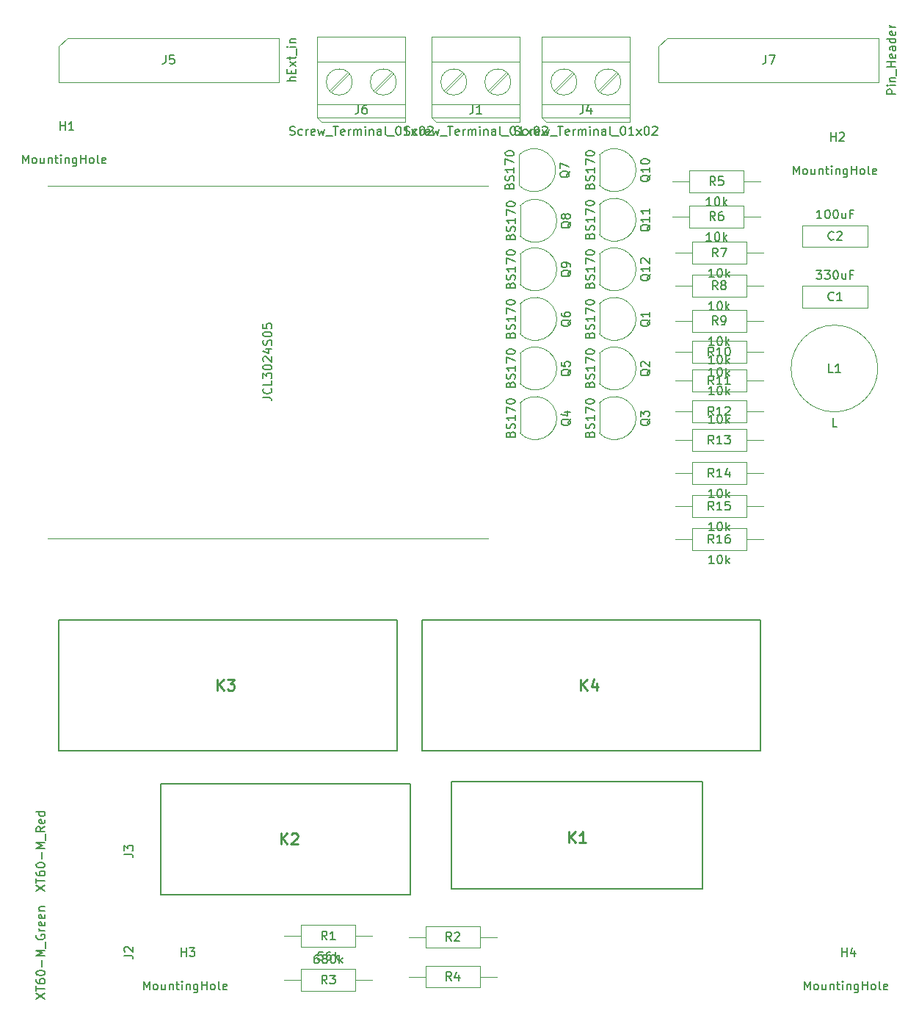
<source format=gbr>
%TF.GenerationSoftware,KiCad,Pcbnew,(5.1.6)-1*%
%TF.CreationDate,2021-11-19T15:30:18+01:00*%
%TF.ProjectId,FoxRobot,466f7852-6f62-46f7-942e-6b696361645f,V01*%
%TF.SameCoordinates,Original*%
%TF.FileFunction,Other,Fab,Top*%
%FSLAX46Y46*%
G04 Gerber Fmt 4.6, Leading zero omitted, Abs format (unit mm)*
G04 Created by KiCad (PCBNEW (5.1.6)-1) date 2021-11-19 15:30:18*
%MOMM*%
%LPD*%
G01*
G04 APERTURE LIST*
%ADD10C,0.120000*%
%ADD11C,0.100000*%
%ADD12C,0.200000*%
%ADD13C,0.150000*%
%ADD14C,0.254000*%
G04 APERTURE END LIST*
D10*
%TO.C,U1*%
X67945000Y-30988000D02*
X17145000Y-30988000D01*
X67945000Y-71628000D02*
X17145000Y-71628000D01*
D11*
%TO.C,R13*%
X97765000Y-61575000D02*
X97765000Y-59075000D01*
X97765000Y-59075000D02*
X91465000Y-59075000D01*
X91465000Y-59075000D02*
X91465000Y-61575000D01*
X91465000Y-61575000D02*
X97765000Y-61575000D01*
X99695000Y-60325000D02*
X97765000Y-60325000D01*
X89535000Y-60325000D02*
X91465000Y-60325000D01*
%TO.C,R12*%
X97765000Y-58273000D02*
X97765000Y-55773000D01*
X97765000Y-55773000D02*
X91465000Y-55773000D01*
X91465000Y-55773000D02*
X91465000Y-58273000D01*
X91465000Y-58273000D02*
X97765000Y-58273000D01*
X99695000Y-57023000D02*
X97765000Y-57023000D01*
X89535000Y-57023000D02*
X91465000Y-57023000D01*
%TO.C,R11*%
X97765000Y-54717000D02*
X97765000Y-52217000D01*
X97765000Y-52217000D02*
X91465000Y-52217000D01*
X91465000Y-52217000D02*
X91465000Y-54717000D01*
X91465000Y-54717000D02*
X97765000Y-54717000D01*
X99695000Y-53467000D02*
X97765000Y-53467000D01*
X89535000Y-53467000D02*
X91465000Y-53467000D01*
%TO.C,R4*%
X60731000Y-120924000D02*
X60731000Y-123424000D01*
X60731000Y-123424000D02*
X67031000Y-123424000D01*
X67031000Y-123424000D02*
X67031000Y-120924000D01*
X67031000Y-120924000D02*
X60731000Y-120924000D01*
X58801000Y-122174000D02*
X60731000Y-122174000D01*
X68961000Y-122174000D02*
X67031000Y-122174000D01*
%TO.C,R3*%
X52680000Y-123805000D02*
X52680000Y-121305000D01*
X52680000Y-121305000D02*
X46380000Y-121305000D01*
X46380000Y-121305000D02*
X46380000Y-123805000D01*
X46380000Y-123805000D02*
X52680000Y-123805000D01*
X54610000Y-122555000D02*
X52680000Y-122555000D01*
X44450000Y-122555000D02*
X46380000Y-122555000D01*
%TO.C,R2*%
X67031000Y-118852000D02*
X67031000Y-116352000D01*
X67031000Y-116352000D02*
X60731000Y-116352000D01*
X60731000Y-116352000D02*
X60731000Y-118852000D01*
X60731000Y-118852000D02*
X67031000Y-118852000D01*
X68961000Y-117602000D02*
X67031000Y-117602000D01*
X58801000Y-117602000D02*
X60731000Y-117602000D01*
%TO.C,R1*%
X46380000Y-116225000D02*
X46380000Y-118725000D01*
X46380000Y-118725000D02*
X52680000Y-118725000D01*
X52680000Y-118725000D02*
X52680000Y-116225000D01*
X52680000Y-116225000D02*
X46380000Y-116225000D01*
X44450000Y-117475000D02*
X46380000Y-117475000D01*
X54610000Y-117475000D02*
X52680000Y-117475000D01*
%TO.C,Q9*%
X71656000Y-38870000D02*
X71656000Y-42370000D01*
X71652375Y-38886375D02*
G75*
G02*
X75886000Y-40640000I1753625J-1753625D01*
G01*
X71652375Y-42393625D02*
G75*
G03*
X75886000Y-40640000I1753625J1753625D01*
G01*
%TO.C,Q8*%
X71656000Y-33282000D02*
X71656000Y-36782000D01*
X71652375Y-33298375D02*
G75*
G02*
X75886000Y-35052000I1753625J-1753625D01*
G01*
X71652375Y-36805625D02*
G75*
G03*
X75886000Y-35052000I1753625J1753625D01*
G01*
%TO.C,Q7*%
X71529000Y-27440000D02*
X71529000Y-30940000D01*
X71525375Y-27456375D02*
G75*
G02*
X75759000Y-29210000I1753625J-1753625D01*
G01*
X71525375Y-30963625D02*
G75*
G03*
X75759000Y-29210000I1753625J1753625D01*
G01*
D12*
%TO.C,K4*%
X60363000Y-96099000D02*
X99363000Y-96099000D01*
X99363000Y-96099000D02*
X99363000Y-81099000D01*
X99363000Y-81099000D02*
X60363000Y-81099000D01*
X60363000Y-81099000D02*
X60363000Y-96099000D01*
%TO.C,K3*%
X18453000Y-96099000D02*
X57453000Y-96099000D01*
X57453000Y-96099000D02*
X57453000Y-81099000D01*
X57453000Y-81099000D02*
X18453000Y-81099000D01*
X18453000Y-81099000D02*
X18453000Y-96099000D01*
%TO.C,K2*%
X58996000Y-112716000D02*
X30196000Y-112716000D01*
X30196000Y-112716000D02*
X30196000Y-99916000D01*
X30196000Y-99916000D02*
X58996000Y-99916000D01*
X58996000Y-99916000D02*
X58996000Y-112716000D01*
D11*
%TO.C,J5*%
X18415000Y-19050000D02*
X18415000Y-14970000D01*
X18415000Y-14970000D02*
X19415000Y-13970000D01*
X19415000Y-13970000D02*
X43815000Y-13970000D01*
X43815000Y-13970000D02*
X43815000Y-19050000D01*
X43815000Y-19050000D02*
X18415000Y-19050000D01*
%TO.C,J4*%
X78208000Y-19050000D02*
G75*
G03*
X78208000Y-19050000I-1500000J0D01*
G01*
X83288000Y-19050000D02*
G75*
G03*
X83288000Y-19050000I-1500000J0D01*
G01*
X74168000Y-13850000D02*
X84328000Y-13850000D01*
X84328000Y-13850000D02*
X84328000Y-23650000D01*
X84328000Y-23650000D02*
X74668000Y-23650000D01*
X74668000Y-23650000D02*
X74168000Y-23150000D01*
X74168000Y-23150000D02*
X74168000Y-13850000D01*
X74168000Y-23150000D02*
X84328000Y-23150000D01*
X74168000Y-21650000D02*
X84328000Y-21650000D01*
X74168000Y-16750000D02*
X84328000Y-16750000D01*
X77846000Y-18095000D02*
X75753000Y-20188000D01*
X77663000Y-17912000D02*
X75570000Y-20005000D01*
X82926000Y-18095000D02*
X80834000Y-20188000D01*
X82743000Y-17912000D02*
X80651000Y-20005000D01*
D12*
%TO.C,K1*%
X92732000Y-112072000D02*
X92732000Y-99672000D01*
X63732000Y-112072000D02*
X92732000Y-112072000D01*
X63732000Y-99672000D02*
X63732000Y-112072000D01*
X92732000Y-99672000D02*
X63732000Y-99672000D01*
D11*
%TO.C,J1*%
X70043000Y-17912000D02*
X67951000Y-20005000D01*
X70226000Y-18095000D02*
X68134000Y-20188000D01*
X64963000Y-17912000D02*
X62870000Y-20005000D01*
X65146000Y-18095000D02*
X63053000Y-20188000D01*
X61468000Y-16750000D02*
X71628000Y-16750000D01*
X61468000Y-21650000D02*
X71628000Y-21650000D01*
X61468000Y-23150000D02*
X71628000Y-23150000D01*
X61468000Y-23150000D02*
X61468000Y-13850000D01*
X61968000Y-23650000D02*
X61468000Y-23150000D01*
X71628000Y-23650000D02*
X61968000Y-23650000D01*
X71628000Y-13850000D02*
X71628000Y-23650000D01*
X61468000Y-13850000D02*
X71628000Y-13850000D01*
X70588000Y-19050000D02*
G75*
G03*
X70588000Y-19050000I-1500000J0D01*
G01*
X65508000Y-19050000D02*
G75*
G03*
X65508000Y-19050000I-1500000J0D01*
G01*
%TO.C,J6*%
X56835000Y-17912000D02*
X54743000Y-20005000D01*
X57018000Y-18095000D02*
X54926000Y-20188000D01*
X51755000Y-17912000D02*
X49662000Y-20005000D01*
X51938000Y-18095000D02*
X49845000Y-20188000D01*
X48260000Y-16750000D02*
X58420000Y-16750000D01*
X48260000Y-21650000D02*
X58420000Y-21650000D01*
X48260000Y-23150000D02*
X58420000Y-23150000D01*
X48260000Y-23150000D02*
X48260000Y-13850000D01*
X48760000Y-23650000D02*
X48260000Y-23150000D01*
X58420000Y-23650000D02*
X48760000Y-23650000D01*
X58420000Y-13850000D02*
X58420000Y-23650000D01*
X48260000Y-13850000D02*
X58420000Y-13850000D01*
X57380000Y-19050000D02*
G75*
G03*
X57380000Y-19050000I-1500000J0D01*
G01*
X52300000Y-19050000D02*
G75*
G03*
X52300000Y-19050000I-1500000J0D01*
G01*
%TO.C,J7*%
X113030000Y-19050000D02*
X87630000Y-19050000D01*
X113030000Y-13970000D02*
X113030000Y-19050000D01*
X88630000Y-13970000D02*
X113030000Y-13970000D01*
X87630000Y-14970000D02*
X88630000Y-13970000D01*
X87630000Y-19050000D02*
X87630000Y-14970000D01*
%TO.C,C1*%
X111740000Y-45065000D02*
X111740000Y-42565000D01*
X111740000Y-42565000D02*
X104240000Y-42565000D01*
X104240000Y-42565000D02*
X104240000Y-45065000D01*
X104240000Y-45065000D02*
X111740000Y-45065000D01*
%TO.C,C2*%
X104240000Y-38080000D02*
X111740000Y-38080000D01*
X104240000Y-35580000D02*
X104240000Y-38080000D01*
X111740000Y-35580000D02*
X104240000Y-35580000D01*
X111740000Y-38080000D02*
X111740000Y-35580000D01*
%TO.C,L1*%
X112910000Y-52070000D02*
G75*
G03*
X112910000Y-52070000I-5000000J0D01*
G01*
%TO.C,Q1*%
X80800000Y-44585000D02*
X80800000Y-48085000D01*
X80796375Y-48108625D02*
G75*
G03*
X85030000Y-46355000I1753625J1753625D01*
G01*
X80796375Y-44601375D02*
G75*
G02*
X85030000Y-46355000I1753625J-1753625D01*
G01*
%TO.C,Q2*%
X80800000Y-50300000D02*
X80800000Y-53800000D01*
X80796375Y-53823625D02*
G75*
G03*
X85030000Y-52070000I1753625J1753625D01*
G01*
X80796375Y-50316375D02*
G75*
G02*
X85030000Y-52070000I1753625J-1753625D01*
G01*
%TO.C,Q3*%
X80800000Y-56015000D02*
X80800000Y-59515000D01*
X80796375Y-59538625D02*
G75*
G03*
X85030000Y-57785000I1753625J1753625D01*
G01*
X80796375Y-56031375D02*
G75*
G02*
X85030000Y-57785000I1753625J-1753625D01*
G01*
%TO.C,Q4*%
X71656000Y-56015000D02*
X71656000Y-59515000D01*
X71652375Y-59538625D02*
G75*
G03*
X75886000Y-57785000I1753625J1753625D01*
G01*
X71652375Y-56031375D02*
G75*
G02*
X75886000Y-57785000I1753625J-1753625D01*
G01*
%TO.C,Q5*%
X71652375Y-50316375D02*
G75*
G02*
X75886000Y-52070000I1753625J-1753625D01*
G01*
X71652375Y-53823625D02*
G75*
G03*
X75886000Y-52070000I1753625J1753625D01*
G01*
X71656000Y-50300000D02*
X71656000Y-53800000D01*
%TO.C,Q6*%
X71656000Y-44585000D02*
X71656000Y-48085000D01*
X71652375Y-48108625D02*
G75*
G03*
X75886000Y-46355000I1753625J1753625D01*
G01*
X71652375Y-44601375D02*
G75*
G02*
X75886000Y-46355000I1753625J-1753625D01*
G01*
%TO.C,Q10*%
X80796375Y-27456375D02*
G75*
G02*
X85030000Y-29210000I1753625J-1753625D01*
G01*
X80796375Y-30963625D02*
G75*
G03*
X85030000Y-29210000I1753625J1753625D01*
G01*
X80800000Y-27440000D02*
X80800000Y-30940000D01*
%TO.C,Q11*%
X80796375Y-33171375D02*
G75*
G02*
X85030000Y-34925000I1753625J-1753625D01*
G01*
X80796375Y-36678625D02*
G75*
G03*
X85030000Y-34925000I1753625J1753625D01*
G01*
X80800000Y-33155000D02*
X80800000Y-36655000D01*
%TO.C,Q12*%
X80796375Y-38886375D02*
G75*
G02*
X85030000Y-40640000I1753625J-1753625D01*
G01*
X80796375Y-42393625D02*
G75*
G03*
X85030000Y-40640000I1753625J1753625D01*
G01*
X80800000Y-38870000D02*
X80800000Y-42370000D01*
%TO.C,R5*%
X91171000Y-29256000D02*
X91171000Y-31756000D01*
X91171000Y-31756000D02*
X97471000Y-31756000D01*
X97471000Y-31756000D02*
X97471000Y-29256000D01*
X97471000Y-29256000D02*
X91171000Y-29256000D01*
X89241000Y-30506000D02*
X91171000Y-30506000D01*
X99401000Y-30506000D02*
X97471000Y-30506000D01*
%TO.C,R6*%
X99401000Y-34556000D02*
X97471000Y-34556000D01*
X89241000Y-34556000D02*
X91171000Y-34556000D01*
X97471000Y-33306000D02*
X91171000Y-33306000D01*
X97471000Y-35806000D02*
X97471000Y-33306000D01*
X91171000Y-35806000D02*
X97471000Y-35806000D01*
X91171000Y-33306000D02*
X91171000Y-35806000D01*
%TO.C,R7*%
X91465000Y-37485000D02*
X91465000Y-39985000D01*
X91465000Y-39985000D02*
X97765000Y-39985000D01*
X97765000Y-39985000D02*
X97765000Y-37485000D01*
X97765000Y-37485000D02*
X91465000Y-37485000D01*
X89535000Y-38735000D02*
X91465000Y-38735000D01*
X99695000Y-38735000D02*
X97765000Y-38735000D01*
%TO.C,R8*%
X99693000Y-42527000D02*
X97763000Y-42527000D01*
X89533000Y-42527000D02*
X91463000Y-42527000D01*
X97763000Y-41277000D02*
X91463000Y-41277000D01*
X97763000Y-43777000D02*
X97763000Y-41277000D01*
X91463000Y-43777000D02*
X97763000Y-43777000D01*
X91463000Y-41277000D02*
X91463000Y-43777000D01*
%TO.C,R9*%
X99693000Y-46577000D02*
X97763000Y-46577000D01*
X89533000Y-46577000D02*
X91463000Y-46577000D01*
X97763000Y-45327000D02*
X91463000Y-45327000D01*
X97763000Y-47827000D02*
X97763000Y-45327000D01*
X91463000Y-47827000D02*
X97763000Y-47827000D01*
X91463000Y-45327000D02*
X91463000Y-47827000D01*
%TO.C,R10*%
X91465000Y-48915000D02*
X91465000Y-51415000D01*
X91465000Y-51415000D02*
X97765000Y-51415000D01*
X97765000Y-51415000D02*
X97765000Y-48915000D01*
X97765000Y-48915000D02*
X91465000Y-48915000D01*
X89535000Y-50165000D02*
X91465000Y-50165000D01*
X99695000Y-50165000D02*
X97765000Y-50165000D01*
%TO.C,R14*%
X99695000Y-64135000D02*
X97765000Y-64135000D01*
X89535000Y-64135000D02*
X91465000Y-64135000D01*
X97765000Y-62885000D02*
X91465000Y-62885000D01*
X97765000Y-65385000D02*
X97765000Y-62885000D01*
X91465000Y-65385000D02*
X97765000Y-65385000D01*
X91465000Y-62885000D02*
X91465000Y-65385000D01*
%TO.C,R15*%
X99695000Y-67945000D02*
X97765000Y-67945000D01*
X89535000Y-67945000D02*
X91465000Y-67945000D01*
X97765000Y-66695000D02*
X91465000Y-66695000D01*
X97765000Y-69195000D02*
X97765000Y-66695000D01*
X91465000Y-69195000D02*
X97765000Y-69195000D01*
X91465000Y-66695000D02*
X91465000Y-69195000D01*
%TO.C,R16*%
X91465000Y-70505000D02*
X91465000Y-73005000D01*
X91465000Y-73005000D02*
X97765000Y-73005000D01*
X97765000Y-73005000D02*
X97765000Y-70505000D01*
X97765000Y-70505000D02*
X91465000Y-70505000D01*
X89535000Y-71755000D02*
X91465000Y-71755000D01*
X99695000Y-71755000D02*
X97765000Y-71755000D01*
%TD*%
%TO.C,U1*%
D13*
X41997380Y-55403238D02*
X42711666Y-55403238D01*
X42854523Y-55450857D01*
X42949761Y-55546095D01*
X42997380Y-55688952D01*
X42997380Y-55784190D01*
X42902142Y-54355619D02*
X42949761Y-54403238D01*
X42997380Y-54546095D01*
X42997380Y-54641333D01*
X42949761Y-54784190D01*
X42854523Y-54879428D01*
X42759285Y-54927047D01*
X42568809Y-54974666D01*
X42425952Y-54974666D01*
X42235476Y-54927047D01*
X42140238Y-54879428D01*
X42045000Y-54784190D01*
X41997380Y-54641333D01*
X41997380Y-54546095D01*
X42045000Y-54403238D01*
X42092619Y-54355619D01*
X42997380Y-53450857D02*
X42997380Y-53927047D01*
X41997380Y-53927047D01*
X41997380Y-53212761D02*
X41997380Y-52593714D01*
X42378333Y-52927047D01*
X42378333Y-52784190D01*
X42425952Y-52688952D01*
X42473571Y-52641333D01*
X42568809Y-52593714D01*
X42806904Y-52593714D01*
X42902142Y-52641333D01*
X42949761Y-52688952D01*
X42997380Y-52784190D01*
X42997380Y-53069904D01*
X42949761Y-53165142D01*
X42902142Y-53212761D01*
X41997380Y-51974666D02*
X41997380Y-51879428D01*
X42045000Y-51784190D01*
X42092619Y-51736571D01*
X42187857Y-51688952D01*
X42378333Y-51641333D01*
X42616428Y-51641333D01*
X42806904Y-51688952D01*
X42902142Y-51736571D01*
X42949761Y-51784190D01*
X42997380Y-51879428D01*
X42997380Y-51974666D01*
X42949761Y-52069904D01*
X42902142Y-52117523D01*
X42806904Y-52165142D01*
X42616428Y-52212761D01*
X42378333Y-52212761D01*
X42187857Y-52165142D01*
X42092619Y-52117523D01*
X42045000Y-52069904D01*
X41997380Y-51974666D01*
X42092619Y-51260380D02*
X42045000Y-51212761D01*
X41997380Y-51117523D01*
X41997380Y-50879428D01*
X42045000Y-50784190D01*
X42092619Y-50736571D01*
X42187857Y-50688952D01*
X42283095Y-50688952D01*
X42425952Y-50736571D01*
X42997380Y-51308000D01*
X42997380Y-50688952D01*
X42330714Y-49831809D02*
X42997380Y-49831809D01*
X41949761Y-50069904D02*
X42664047Y-50308000D01*
X42664047Y-49688952D01*
X42949761Y-49355619D02*
X42997380Y-49212761D01*
X42997380Y-48974666D01*
X42949761Y-48879428D01*
X42902142Y-48831809D01*
X42806904Y-48784190D01*
X42711666Y-48784190D01*
X42616428Y-48831809D01*
X42568809Y-48879428D01*
X42521190Y-48974666D01*
X42473571Y-49165142D01*
X42425952Y-49260380D01*
X42378333Y-49308000D01*
X42283095Y-49355619D01*
X42187857Y-49355619D01*
X42092619Y-49308000D01*
X42045000Y-49260380D01*
X41997380Y-49165142D01*
X41997380Y-48927047D01*
X42045000Y-48784190D01*
X41997380Y-48165142D02*
X41997380Y-48069904D01*
X42045000Y-47974666D01*
X42092619Y-47927047D01*
X42187857Y-47879428D01*
X42378333Y-47831809D01*
X42616428Y-47831809D01*
X42806904Y-47879428D01*
X42902142Y-47927047D01*
X42949761Y-47974666D01*
X42997380Y-48069904D01*
X42997380Y-48165142D01*
X42949761Y-48260380D01*
X42902142Y-48308000D01*
X42806904Y-48355619D01*
X42616428Y-48403238D01*
X42378333Y-48403238D01*
X42187857Y-48355619D01*
X42092619Y-48308000D01*
X42045000Y-48260380D01*
X41997380Y-48165142D01*
X41997380Y-46927047D02*
X41997380Y-47403238D01*
X42473571Y-47450857D01*
X42425952Y-47403238D01*
X42378333Y-47308000D01*
X42378333Y-47069904D01*
X42425952Y-46974666D01*
X42473571Y-46927047D01*
X42568809Y-46879428D01*
X42806904Y-46879428D01*
X42902142Y-46927047D01*
X42949761Y-46974666D01*
X42997380Y-47069904D01*
X42997380Y-47308000D01*
X42949761Y-47403238D01*
X42902142Y-47450857D01*
%TO.C,R13*%
X94019761Y-58407380D02*
X93448333Y-58407380D01*
X93734047Y-58407380D02*
X93734047Y-57407380D01*
X93638809Y-57550238D01*
X93543571Y-57645476D01*
X93448333Y-57693095D01*
X94638809Y-57407380D02*
X94734047Y-57407380D01*
X94829285Y-57455000D01*
X94876904Y-57502619D01*
X94924523Y-57597857D01*
X94972142Y-57788333D01*
X94972142Y-58026428D01*
X94924523Y-58216904D01*
X94876904Y-58312142D01*
X94829285Y-58359761D01*
X94734047Y-58407380D01*
X94638809Y-58407380D01*
X94543571Y-58359761D01*
X94495952Y-58312142D01*
X94448333Y-58216904D01*
X94400714Y-58026428D01*
X94400714Y-57788333D01*
X94448333Y-57597857D01*
X94495952Y-57502619D01*
X94543571Y-57455000D01*
X94638809Y-57407380D01*
X95400714Y-58407380D02*
X95400714Y-57407380D01*
X95495952Y-58026428D02*
X95781666Y-58407380D01*
X95781666Y-57740714D02*
X95400714Y-58121666D01*
X93972142Y-60777380D02*
X93638809Y-60301190D01*
X93400714Y-60777380D02*
X93400714Y-59777380D01*
X93781666Y-59777380D01*
X93876904Y-59825000D01*
X93924523Y-59872619D01*
X93972142Y-59967857D01*
X93972142Y-60110714D01*
X93924523Y-60205952D01*
X93876904Y-60253571D01*
X93781666Y-60301190D01*
X93400714Y-60301190D01*
X94924523Y-60777380D02*
X94353095Y-60777380D01*
X94638809Y-60777380D02*
X94638809Y-59777380D01*
X94543571Y-59920238D01*
X94448333Y-60015476D01*
X94353095Y-60063095D01*
X95257857Y-59777380D02*
X95876904Y-59777380D01*
X95543571Y-60158333D01*
X95686428Y-60158333D01*
X95781666Y-60205952D01*
X95829285Y-60253571D01*
X95876904Y-60348809D01*
X95876904Y-60586904D01*
X95829285Y-60682142D01*
X95781666Y-60729761D01*
X95686428Y-60777380D01*
X95400714Y-60777380D01*
X95305476Y-60729761D01*
X95257857Y-60682142D01*
%TO.C,R12*%
X94019761Y-55105380D02*
X93448333Y-55105380D01*
X93734047Y-55105380D02*
X93734047Y-54105380D01*
X93638809Y-54248238D01*
X93543571Y-54343476D01*
X93448333Y-54391095D01*
X94638809Y-54105380D02*
X94734047Y-54105380D01*
X94829285Y-54153000D01*
X94876904Y-54200619D01*
X94924523Y-54295857D01*
X94972142Y-54486333D01*
X94972142Y-54724428D01*
X94924523Y-54914904D01*
X94876904Y-55010142D01*
X94829285Y-55057761D01*
X94734047Y-55105380D01*
X94638809Y-55105380D01*
X94543571Y-55057761D01*
X94495952Y-55010142D01*
X94448333Y-54914904D01*
X94400714Y-54724428D01*
X94400714Y-54486333D01*
X94448333Y-54295857D01*
X94495952Y-54200619D01*
X94543571Y-54153000D01*
X94638809Y-54105380D01*
X95400714Y-55105380D02*
X95400714Y-54105380D01*
X95495952Y-54724428D02*
X95781666Y-55105380D01*
X95781666Y-54438714D02*
X95400714Y-54819666D01*
X93972142Y-57475380D02*
X93638809Y-56999190D01*
X93400714Y-57475380D02*
X93400714Y-56475380D01*
X93781666Y-56475380D01*
X93876904Y-56523000D01*
X93924523Y-56570619D01*
X93972142Y-56665857D01*
X93972142Y-56808714D01*
X93924523Y-56903952D01*
X93876904Y-56951571D01*
X93781666Y-56999190D01*
X93400714Y-56999190D01*
X94924523Y-57475380D02*
X94353095Y-57475380D01*
X94638809Y-57475380D02*
X94638809Y-56475380D01*
X94543571Y-56618238D01*
X94448333Y-56713476D01*
X94353095Y-56761095D01*
X95305476Y-56570619D02*
X95353095Y-56523000D01*
X95448333Y-56475380D01*
X95686428Y-56475380D01*
X95781666Y-56523000D01*
X95829285Y-56570619D01*
X95876904Y-56665857D01*
X95876904Y-56761095D01*
X95829285Y-56903952D01*
X95257857Y-57475380D01*
X95876904Y-57475380D01*
%TO.C,R11*%
X94019761Y-51549380D02*
X93448333Y-51549380D01*
X93734047Y-51549380D02*
X93734047Y-50549380D01*
X93638809Y-50692238D01*
X93543571Y-50787476D01*
X93448333Y-50835095D01*
X94638809Y-50549380D02*
X94734047Y-50549380D01*
X94829285Y-50597000D01*
X94876904Y-50644619D01*
X94924523Y-50739857D01*
X94972142Y-50930333D01*
X94972142Y-51168428D01*
X94924523Y-51358904D01*
X94876904Y-51454142D01*
X94829285Y-51501761D01*
X94734047Y-51549380D01*
X94638809Y-51549380D01*
X94543571Y-51501761D01*
X94495952Y-51454142D01*
X94448333Y-51358904D01*
X94400714Y-51168428D01*
X94400714Y-50930333D01*
X94448333Y-50739857D01*
X94495952Y-50644619D01*
X94543571Y-50597000D01*
X94638809Y-50549380D01*
X95400714Y-51549380D02*
X95400714Y-50549380D01*
X95495952Y-51168428D02*
X95781666Y-51549380D01*
X95781666Y-50882714D02*
X95400714Y-51263666D01*
X93972142Y-53919380D02*
X93638809Y-53443190D01*
X93400714Y-53919380D02*
X93400714Y-52919380D01*
X93781666Y-52919380D01*
X93876904Y-52967000D01*
X93924523Y-53014619D01*
X93972142Y-53109857D01*
X93972142Y-53252714D01*
X93924523Y-53347952D01*
X93876904Y-53395571D01*
X93781666Y-53443190D01*
X93400714Y-53443190D01*
X94924523Y-53919380D02*
X94353095Y-53919380D01*
X94638809Y-53919380D02*
X94638809Y-52919380D01*
X94543571Y-53062238D01*
X94448333Y-53157476D01*
X94353095Y-53205095D01*
X95876904Y-53919380D02*
X95305476Y-53919380D01*
X95591190Y-53919380D02*
X95591190Y-52919380D01*
X95495952Y-53062238D01*
X95400714Y-53157476D01*
X95305476Y-53205095D01*
%TO.C,R4*%
X63714333Y-122626380D02*
X63381000Y-122150190D01*
X63142904Y-122626380D02*
X63142904Y-121626380D01*
X63523857Y-121626380D01*
X63619095Y-121674000D01*
X63666714Y-121721619D01*
X63714333Y-121816857D01*
X63714333Y-121959714D01*
X63666714Y-122054952D01*
X63619095Y-122102571D01*
X63523857Y-122150190D01*
X63142904Y-122150190D01*
X64571476Y-121959714D02*
X64571476Y-122626380D01*
X64333380Y-121578761D02*
X64095285Y-122293047D01*
X64714333Y-122293047D01*
%TO.C,R3*%
X48363333Y-119637380D02*
X48172857Y-119637380D01*
X48077619Y-119685000D01*
X48030000Y-119732619D01*
X47934761Y-119875476D01*
X47887142Y-120065952D01*
X47887142Y-120446904D01*
X47934761Y-120542142D01*
X47982380Y-120589761D01*
X48077619Y-120637380D01*
X48268095Y-120637380D01*
X48363333Y-120589761D01*
X48410952Y-120542142D01*
X48458571Y-120446904D01*
X48458571Y-120208809D01*
X48410952Y-120113571D01*
X48363333Y-120065952D01*
X48268095Y-120018333D01*
X48077619Y-120018333D01*
X47982380Y-120065952D01*
X47934761Y-120113571D01*
X47887142Y-120208809D01*
X49030000Y-120065952D02*
X48934761Y-120018333D01*
X48887142Y-119970714D01*
X48839523Y-119875476D01*
X48839523Y-119827857D01*
X48887142Y-119732619D01*
X48934761Y-119685000D01*
X49030000Y-119637380D01*
X49220476Y-119637380D01*
X49315714Y-119685000D01*
X49363333Y-119732619D01*
X49410952Y-119827857D01*
X49410952Y-119875476D01*
X49363333Y-119970714D01*
X49315714Y-120018333D01*
X49220476Y-120065952D01*
X49030000Y-120065952D01*
X48934761Y-120113571D01*
X48887142Y-120161190D01*
X48839523Y-120256428D01*
X48839523Y-120446904D01*
X48887142Y-120542142D01*
X48934761Y-120589761D01*
X49030000Y-120637380D01*
X49220476Y-120637380D01*
X49315714Y-120589761D01*
X49363333Y-120542142D01*
X49410952Y-120446904D01*
X49410952Y-120256428D01*
X49363333Y-120161190D01*
X49315714Y-120113571D01*
X49220476Y-120065952D01*
X50030000Y-119637380D02*
X50125238Y-119637380D01*
X50220476Y-119685000D01*
X50268095Y-119732619D01*
X50315714Y-119827857D01*
X50363333Y-120018333D01*
X50363333Y-120256428D01*
X50315714Y-120446904D01*
X50268095Y-120542142D01*
X50220476Y-120589761D01*
X50125238Y-120637380D01*
X50030000Y-120637380D01*
X49934761Y-120589761D01*
X49887142Y-120542142D01*
X49839523Y-120446904D01*
X49791904Y-120256428D01*
X49791904Y-120018333D01*
X49839523Y-119827857D01*
X49887142Y-119732619D01*
X49934761Y-119685000D01*
X50030000Y-119637380D01*
X50791904Y-120637380D02*
X50791904Y-119637380D01*
X50887142Y-120256428D02*
X51172857Y-120637380D01*
X51172857Y-119970714D02*
X50791904Y-120351666D01*
X49363333Y-123007380D02*
X49030000Y-122531190D01*
X48791904Y-123007380D02*
X48791904Y-122007380D01*
X49172857Y-122007380D01*
X49268095Y-122055000D01*
X49315714Y-122102619D01*
X49363333Y-122197857D01*
X49363333Y-122340714D01*
X49315714Y-122435952D01*
X49268095Y-122483571D01*
X49172857Y-122531190D01*
X48791904Y-122531190D01*
X49696666Y-122007380D02*
X50315714Y-122007380D01*
X49982380Y-122388333D01*
X50125238Y-122388333D01*
X50220476Y-122435952D01*
X50268095Y-122483571D01*
X50315714Y-122578809D01*
X50315714Y-122816904D01*
X50268095Y-122912142D01*
X50220476Y-122959761D01*
X50125238Y-123007380D01*
X49839523Y-123007380D01*
X49744285Y-122959761D01*
X49696666Y-122912142D01*
%TO.C,R2*%
X63714333Y-118054380D02*
X63381000Y-117578190D01*
X63142904Y-118054380D02*
X63142904Y-117054380D01*
X63523857Y-117054380D01*
X63619095Y-117102000D01*
X63666714Y-117149619D01*
X63714333Y-117244857D01*
X63714333Y-117387714D01*
X63666714Y-117482952D01*
X63619095Y-117530571D01*
X63523857Y-117578190D01*
X63142904Y-117578190D01*
X64095285Y-117149619D02*
X64142904Y-117102000D01*
X64238142Y-117054380D01*
X64476238Y-117054380D01*
X64571476Y-117102000D01*
X64619095Y-117149619D01*
X64666714Y-117244857D01*
X64666714Y-117340095D01*
X64619095Y-117482952D01*
X64047666Y-118054380D01*
X64666714Y-118054380D01*
%TO.C,R1*%
X48887142Y-119297380D02*
X48410952Y-119297380D01*
X48363333Y-119773571D01*
X48410952Y-119725952D01*
X48506190Y-119678333D01*
X48744285Y-119678333D01*
X48839523Y-119725952D01*
X48887142Y-119773571D01*
X48934761Y-119868809D01*
X48934761Y-120106904D01*
X48887142Y-120202142D01*
X48839523Y-120249761D01*
X48744285Y-120297380D01*
X48506190Y-120297380D01*
X48410952Y-120249761D01*
X48363333Y-120202142D01*
X49791904Y-119297380D02*
X49601428Y-119297380D01*
X49506190Y-119345000D01*
X49458571Y-119392619D01*
X49363333Y-119535476D01*
X49315714Y-119725952D01*
X49315714Y-120106904D01*
X49363333Y-120202142D01*
X49410952Y-120249761D01*
X49506190Y-120297380D01*
X49696666Y-120297380D01*
X49791904Y-120249761D01*
X49839523Y-120202142D01*
X49887142Y-120106904D01*
X49887142Y-119868809D01*
X49839523Y-119773571D01*
X49791904Y-119725952D01*
X49696666Y-119678333D01*
X49506190Y-119678333D01*
X49410952Y-119725952D01*
X49363333Y-119773571D01*
X49315714Y-119868809D01*
X50315714Y-120297380D02*
X50315714Y-119297380D01*
X50410952Y-119916428D02*
X50696666Y-120297380D01*
X50696666Y-119630714D02*
X50315714Y-120011666D01*
X49363333Y-117927380D02*
X49030000Y-117451190D01*
X48791904Y-117927380D02*
X48791904Y-116927380D01*
X49172857Y-116927380D01*
X49268095Y-116975000D01*
X49315714Y-117022619D01*
X49363333Y-117117857D01*
X49363333Y-117260714D01*
X49315714Y-117355952D01*
X49268095Y-117403571D01*
X49172857Y-117451190D01*
X48791904Y-117451190D01*
X50315714Y-117927380D02*
X49744285Y-117927380D01*
X50030000Y-117927380D02*
X50030000Y-116927380D01*
X49934761Y-117070238D01*
X49839523Y-117165476D01*
X49744285Y-117213095D01*
%TO.C,Q9*%
X70544571Y-42473333D02*
X70592190Y-42330476D01*
X70639809Y-42282857D01*
X70735047Y-42235238D01*
X70877904Y-42235238D01*
X70973142Y-42282857D01*
X71020761Y-42330476D01*
X71068380Y-42425714D01*
X71068380Y-42806666D01*
X70068380Y-42806666D01*
X70068380Y-42473333D01*
X70116000Y-42378095D01*
X70163619Y-42330476D01*
X70258857Y-42282857D01*
X70354095Y-42282857D01*
X70449333Y-42330476D01*
X70496952Y-42378095D01*
X70544571Y-42473333D01*
X70544571Y-42806666D01*
X71020761Y-41854285D02*
X71068380Y-41711428D01*
X71068380Y-41473333D01*
X71020761Y-41378095D01*
X70973142Y-41330476D01*
X70877904Y-41282857D01*
X70782666Y-41282857D01*
X70687428Y-41330476D01*
X70639809Y-41378095D01*
X70592190Y-41473333D01*
X70544571Y-41663809D01*
X70496952Y-41759047D01*
X70449333Y-41806666D01*
X70354095Y-41854285D01*
X70258857Y-41854285D01*
X70163619Y-41806666D01*
X70116000Y-41759047D01*
X70068380Y-41663809D01*
X70068380Y-41425714D01*
X70116000Y-41282857D01*
X71068380Y-40330476D02*
X71068380Y-40901904D01*
X71068380Y-40616190D02*
X70068380Y-40616190D01*
X70211238Y-40711428D01*
X70306476Y-40806666D01*
X70354095Y-40901904D01*
X70068380Y-39997142D02*
X70068380Y-39330476D01*
X71068380Y-39759047D01*
X70068380Y-38759047D02*
X70068380Y-38663809D01*
X70116000Y-38568571D01*
X70163619Y-38520952D01*
X70258857Y-38473333D01*
X70449333Y-38425714D01*
X70687428Y-38425714D01*
X70877904Y-38473333D01*
X70973142Y-38520952D01*
X71020761Y-38568571D01*
X71068380Y-38663809D01*
X71068380Y-38759047D01*
X71020761Y-38854285D01*
X70973142Y-38901904D01*
X70877904Y-38949523D01*
X70687428Y-38997142D01*
X70449333Y-38997142D01*
X70258857Y-38949523D01*
X70163619Y-38901904D01*
X70116000Y-38854285D01*
X70068380Y-38759047D01*
X77513619Y-40735238D02*
X77466000Y-40830476D01*
X77370761Y-40925714D01*
X77227904Y-41068571D01*
X77180285Y-41163809D01*
X77180285Y-41259047D01*
X77418380Y-41211428D02*
X77370761Y-41306666D01*
X77275523Y-41401904D01*
X77085047Y-41449523D01*
X76751714Y-41449523D01*
X76561238Y-41401904D01*
X76466000Y-41306666D01*
X76418380Y-41211428D01*
X76418380Y-41020952D01*
X76466000Y-40925714D01*
X76561238Y-40830476D01*
X76751714Y-40782857D01*
X77085047Y-40782857D01*
X77275523Y-40830476D01*
X77370761Y-40925714D01*
X77418380Y-41020952D01*
X77418380Y-41211428D01*
X77418380Y-40306666D02*
X77418380Y-40116190D01*
X77370761Y-40020952D01*
X77323142Y-39973333D01*
X77180285Y-39878095D01*
X76989809Y-39830476D01*
X76608857Y-39830476D01*
X76513619Y-39878095D01*
X76466000Y-39925714D01*
X76418380Y-40020952D01*
X76418380Y-40211428D01*
X76466000Y-40306666D01*
X76513619Y-40354285D01*
X76608857Y-40401904D01*
X76846952Y-40401904D01*
X76942190Y-40354285D01*
X76989809Y-40306666D01*
X77037428Y-40211428D01*
X77037428Y-40020952D01*
X76989809Y-39925714D01*
X76942190Y-39878095D01*
X76846952Y-39830476D01*
%TO.C,Q8*%
X70544571Y-36885333D02*
X70592190Y-36742476D01*
X70639809Y-36694857D01*
X70735047Y-36647238D01*
X70877904Y-36647238D01*
X70973142Y-36694857D01*
X71020761Y-36742476D01*
X71068380Y-36837714D01*
X71068380Y-37218666D01*
X70068380Y-37218666D01*
X70068380Y-36885333D01*
X70116000Y-36790095D01*
X70163619Y-36742476D01*
X70258857Y-36694857D01*
X70354095Y-36694857D01*
X70449333Y-36742476D01*
X70496952Y-36790095D01*
X70544571Y-36885333D01*
X70544571Y-37218666D01*
X71020761Y-36266285D02*
X71068380Y-36123428D01*
X71068380Y-35885333D01*
X71020761Y-35790095D01*
X70973142Y-35742476D01*
X70877904Y-35694857D01*
X70782666Y-35694857D01*
X70687428Y-35742476D01*
X70639809Y-35790095D01*
X70592190Y-35885333D01*
X70544571Y-36075809D01*
X70496952Y-36171047D01*
X70449333Y-36218666D01*
X70354095Y-36266285D01*
X70258857Y-36266285D01*
X70163619Y-36218666D01*
X70116000Y-36171047D01*
X70068380Y-36075809D01*
X70068380Y-35837714D01*
X70116000Y-35694857D01*
X71068380Y-34742476D02*
X71068380Y-35313904D01*
X71068380Y-35028190D02*
X70068380Y-35028190D01*
X70211238Y-35123428D01*
X70306476Y-35218666D01*
X70354095Y-35313904D01*
X70068380Y-34409142D02*
X70068380Y-33742476D01*
X71068380Y-34171047D01*
X70068380Y-33171047D02*
X70068380Y-33075809D01*
X70116000Y-32980571D01*
X70163619Y-32932952D01*
X70258857Y-32885333D01*
X70449333Y-32837714D01*
X70687428Y-32837714D01*
X70877904Y-32885333D01*
X70973142Y-32932952D01*
X71020761Y-32980571D01*
X71068380Y-33075809D01*
X71068380Y-33171047D01*
X71020761Y-33266285D01*
X70973142Y-33313904D01*
X70877904Y-33361523D01*
X70687428Y-33409142D01*
X70449333Y-33409142D01*
X70258857Y-33361523D01*
X70163619Y-33313904D01*
X70116000Y-33266285D01*
X70068380Y-33171047D01*
X77513619Y-35147238D02*
X77466000Y-35242476D01*
X77370761Y-35337714D01*
X77227904Y-35480571D01*
X77180285Y-35575809D01*
X77180285Y-35671047D01*
X77418380Y-35623428D02*
X77370761Y-35718666D01*
X77275523Y-35813904D01*
X77085047Y-35861523D01*
X76751714Y-35861523D01*
X76561238Y-35813904D01*
X76466000Y-35718666D01*
X76418380Y-35623428D01*
X76418380Y-35432952D01*
X76466000Y-35337714D01*
X76561238Y-35242476D01*
X76751714Y-35194857D01*
X77085047Y-35194857D01*
X77275523Y-35242476D01*
X77370761Y-35337714D01*
X77418380Y-35432952D01*
X77418380Y-35623428D01*
X76846952Y-34623428D02*
X76799333Y-34718666D01*
X76751714Y-34766285D01*
X76656476Y-34813904D01*
X76608857Y-34813904D01*
X76513619Y-34766285D01*
X76466000Y-34718666D01*
X76418380Y-34623428D01*
X76418380Y-34432952D01*
X76466000Y-34337714D01*
X76513619Y-34290095D01*
X76608857Y-34242476D01*
X76656476Y-34242476D01*
X76751714Y-34290095D01*
X76799333Y-34337714D01*
X76846952Y-34432952D01*
X76846952Y-34623428D01*
X76894571Y-34718666D01*
X76942190Y-34766285D01*
X77037428Y-34813904D01*
X77227904Y-34813904D01*
X77323142Y-34766285D01*
X77370761Y-34718666D01*
X77418380Y-34623428D01*
X77418380Y-34432952D01*
X77370761Y-34337714D01*
X77323142Y-34290095D01*
X77227904Y-34242476D01*
X77037428Y-34242476D01*
X76942190Y-34290095D01*
X76894571Y-34337714D01*
X76846952Y-34432952D01*
%TO.C,Q7*%
X70417571Y-31043333D02*
X70465190Y-30900476D01*
X70512809Y-30852857D01*
X70608047Y-30805238D01*
X70750904Y-30805238D01*
X70846142Y-30852857D01*
X70893761Y-30900476D01*
X70941380Y-30995714D01*
X70941380Y-31376666D01*
X69941380Y-31376666D01*
X69941380Y-31043333D01*
X69989000Y-30948095D01*
X70036619Y-30900476D01*
X70131857Y-30852857D01*
X70227095Y-30852857D01*
X70322333Y-30900476D01*
X70369952Y-30948095D01*
X70417571Y-31043333D01*
X70417571Y-31376666D01*
X70893761Y-30424285D02*
X70941380Y-30281428D01*
X70941380Y-30043333D01*
X70893761Y-29948095D01*
X70846142Y-29900476D01*
X70750904Y-29852857D01*
X70655666Y-29852857D01*
X70560428Y-29900476D01*
X70512809Y-29948095D01*
X70465190Y-30043333D01*
X70417571Y-30233809D01*
X70369952Y-30329047D01*
X70322333Y-30376666D01*
X70227095Y-30424285D01*
X70131857Y-30424285D01*
X70036619Y-30376666D01*
X69989000Y-30329047D01*
X69941380Y-30233809D01*
X69941380Y-29995714D01*
X69989000Y-29852857D01*
X70941380Y-28900476D02*
X70941380Y-29471904D01*
X70941380Y-29186190D02*
X69941380Y-29186190D01*
X70084238Y-29281428D01*
X70179476Y-29376666D01*
X70227095Y-29471904D01*
X69941380Y-28567142D02*
X69941380Y-27900476D01*
X70941380Y-28329047D01*
X69941380Y-27329047D02*
X69941380Y-27233809D01*
X69989000Y-27138571D01*
X70036619Y-27090952D01*
X70131857Y-27043333D01*
X70322333Y-26995714D01*
X70560428Y-26995714D01*
X70750904Y-27043333D01*
X70846142Y-27090952D01*
X70893761Y-27138571D01*
X70941380Y-27233809D01*
X70941380Y-27329047D01*
X70893761Y-27424285D01*
X70846142Y-27471904D01*
X70750904Y-27519523D01*
X70560428Y-27567142D01*
X70322333Y-27567142D01*
X70131857Y-27519523D01*
X70036619Y-27471904D01*
X69989000Y-27424285D01*
X69941380Y-27329047D01*
X77386619Y-29305238D02*
X77339000Y-29400476D01*
X77243761Y-29495714D01*
X77100904Y-29638571D01*
X77053285Y-29733809D01*
X77053285Y-29829047D01*
X77291380Y-29781428D02*
X77243761Y-29876666D01*
X77148523Y-29971904D01*
X76958047Y-30019523D01*
X76624714Y-30019523D01*
X76434238Y-29971904D01*
X76339000Y-29876666D01*
X76291380Y-29781428D01*
X76291380Y-29590952D01*
X76339000Y-29495714D01*
X76434238Y-29400476D01*
X76624714Y-29352857D01*
X76958047Y-29352857D01*
X77148523Y-29400476D01*
X77243761Y-29495714D01*
X77291380Y-29590952D01*
X77291380Y-29781428D01*
X76291380Y-29019523D02*
X76291380Y-28352857D01*
X77291380Y-28781428D01*
%TO.C,K4*%
D14*
X78662619Y-89173523D02*
X78662619Y-87903523D01*
X79388333Y-89173523D02*
X78844047Y-88447809D01*
X79388333Y-87903523D02*
X78662619Y-88629238D01*
X80476904Y-88326857D02*
X80476904Y-89173523D01*
X80174523Y-87843047D02*
X79872142Y-88750190D01*
X80658333Y-88750190D01*
%TO.C,K3*%
X36752619Y-89173523D02*
X36752619Y-87903523D01*
X37478333Y-89173523D02*
X36934047Y-88447809D01*
X37478333Y-87903523D02*
X36752619Y-88629238D01*
X37901666Y-87903523D02*
X38687857Y-87903523D01*
X38264523Y-88387333D01*
X38445952Y-88387333D01*
X38566904Y-88447809D01*
X38627380Y-88508285D01*
X38687857Y-88629238D01*
X38687857Y-88931619D01*
X38627380Y-89052571D01*
X38566904Y-89113047D01*
X38445952Y-89173523D01*
X38083095Y-89173523D01*
X37962142Y-89113047D01*
X37901666Y-89052571D01*
%TO.C,K2*%
X44083619Y-106890523D02*
X44083619Y-105620523D01*
X44809333Y-106890523D02*
X44265047Y-106164809D01*
X44809333Y-105620523D02*
X44083619Y-106346238D01*
X45293142Y-105741476D02*
X45353619Y-105681000D01*
X45474571Y-105620523D01*
X45776952Y-105620523D01*
X45897904Y-105681000D01*
X45958380Y-105741476D01*
X46018857Y-105862428D01*
X46018857Y-105983380D01*
X45958380Y-106164809D01*
X45232666Y-106890523D01*
X46018857Y-106890523D01*
%TO.C,J5*%
D13*
X45767380Y-18938571D02*
X44767380Y-18938571D01*
X45767380Y-18510000D02*
X45243571Y-18510000D01*
X45148333Y-18557619D01*
X45100714Y-18652857D01*
X45100714Y-18795714D01*
X45148333Y-18890952D01*
X45195952Y-18938571D01*
X45243571Y-18033809D02*
X45243571Y-17700476D01*
X45767380Y-17557619D02*
X45767380Y-18033809D01*
X44767380Y-18033809D01*
X44767380Y-17557619D01*
X45767380Y-17224285D02*
X45100714Y-16700476D01*
X45100714Y-17224285D02*
X45767380Y-16700476D01*
X45100714Y-16462380D02*
X45100714Y-16081428D01*
X44767380Y-16319523D02*
X45624523Y-16319523D01*
X45719761Y-16271904D01*
X45767380Y-16176666D01*
X45767380Y-16081428D01*
X45862619Y-15986190D02*
X45862619Y-15224285D01*
X45767380Y-14986190D02*
X45100714Y-14986190D01*
X44767380Y-14986190D02*
X44815000Y-15033809D01*
X44862619Y-14986190D01*
X44815000Y-14938571D01*
X44767380Y-14986190D01*
X44862619Y-14986190D01*
X45100714Y-14510000D02*
X45767380Y-14510000D01*
X45195952Y-14510000D02*
X45148333Y-14462380D01*
X45100714Y-14367142D01*
X45100714Y-14224285D01*
X45148333Y-14129047D01*
X45243571Y-14081428D01*
X45767380Y-14081428D01*
X30781666Y-15962380D02*
X30781666Y-16676666D01*
X30734047Y-16819523D01*
X30638809Y-16914761D01*
X30495952Y-16962380D01*
X30400714Y-16962380D01*
X31734047Y-15962380D02*
X31257857Y-15962380D01*
X31210238Y-16438571D01*
X31257857Y-16390952D01*
X31353095Y-16343333D01*
X31591190Y-16343333D01*
X31686428Y-16390952D01*
X31734047Y-16438571D01*
X31781666Y-16533809D01*
X31781666Y-16771904D01*
X31734047Y-16867142D01*
X31686428Y-16914761D01*
X31591190Y-16962380D01*
X31353095Y-16962380D01*
X31257857Y-16914761D01*
X31210238Y-16867142D01*
%TO.C,J4*%
X71009904Y-25114761D02*
X71152761Y-25162380D01*
X71390857Y-25162380D01*
X71486095Y-25114761D01*
X71533714Y-25067142D01*
X71581333Y-24971904D01*
X71581333Y-24876666D01*
X71533714Y-24781428D01*
X71486095Y-24733809D01*
X71390857Y-24686190D01*
X71200380Y-24638571D01*
X71105142Y-24590952D01*
X71057523Y-24543333D01*
X71009904Y-24448095D01*
X71009904Y-24352857D01*
X71057523Y-24257619D01*
X71105142Y-24210000D01*
X71200380Y-24162380D01*
X71438476Y-24162380D01*
X71581333Y-24210000D01*
X72438476Y-25114761D02*
X72343238Y-25162380D01*
X72152761Y-25162380D01*
X72057523Y-25114761D01*
X72009904Y-25067142D01*
X71962285Y-24971904D01*
X71962285Y-24686190D01*
X72009904Y-24590952D01*
X72057523Y-24543333D01*
X72152761Y-24495714D01*
X72343238Y-24495714D01*
X72438476Y-24543333D01*
X72867047Y-25162380D02*
X72867047Y-24495714D01*
X72867047Y-24686190D02*
X72914666Y-24590952D01*
X72962285Y-24543333D01*
X73057523Y-24495714D01*
X73152761Y-24495714D01*
X73867047Y-25114761D02*
X73771809Y-25162380D01*
X73581333Y-25162380D01*
X73486095Y-25114761D01*
X73438476Y-25019523D01*
X73438476Y-24638571D01*
X73486095Y-24543333D01*
X73581333Y-24495714D01*
X73771809Y-24495714D01*
X73867047Y-24543333D01*
X73914666Y-24638571D01*
X73914666Y-24733809D01*
X73438476Y-24829047D01*
X74248000Y-24495714D02*
X74438476Y-25162380D01*
X74628952Y-24686190D01*
X74819428Y-25162380D01*
X75009904Y-24495714D01*
X75152761Y-25257619D02*
X75914666Y-25257619D01*
X76009904Y-24162380D02*
X76581333Y-24162380D01*
X76295619Y-25162380D02*
X76295619Y-24162380D01*
X77295619Y-25114761D02*
X77200380Y-25162380D01*
X77009904Y-25162380D01*
X76914666Y-25114761D01*
X76867047Y-25019523D01*
X76867047Y-24638571D01*
X76914666Y-24543333D01*
X77009904Y-24495714D01*
X77200380Y-24495714D01*
X77295619Y-24543333D01*
X77343238Y-24638571D01*
X77343238Y-24733809D01*
X76867047Y-24829047D01*
X77771809Y-25162380D02*
X77771809Y-24495714D01*
X77771809Y-24686190D02*
X77819428Y-24590952D01*
X77867047Y-24543333D01*
X77962285Y-24495714D01*
X78057523Y-24495714D01*
X78390857Y-25162380D02*
X78390857Y-24495714D01*
X78390857Y-24590952D02*
X78438476Y-24543333D01*
X78533714Y-24495714D01*
X78676571Y-24495714D01*
X78771809Y-24543333D01*
X78819428Y-24638571D01*
X78819428Y-25162380D01*
X78819428Y-24638571D02*
X78867047Y-24543333D01*
X78962285Y-24495714D01*
X79105142Y-24495714D01*
X79200380Y-24543333D01*
X79248000Y-24638571D01*
X79248000Y-25162380D01*
X79724190Y-25162380D02*
X79724190Y-24495714D01*
X79724190Y-24162380D02*
X79676571Y-24210000D01*
X79724190Y-24257619D01*
X79771809Y-24210000D01*
X79724190Y-24162380D01*
X79724190Y-24257619D01*
X80200380Y-24495714D02*
X80200380Y-25162380D01*
X80200380Y-24590952D02*
X80248000Y-24543333D01*
X80343238Y-24495714D01*
X80486095Y-24495714D01*
X80581333Y-24543333D01*
X80628952Y-24638571D01*
X80628952Y-25162380D01*
X81533714Y-25162380D02*
X81533714Y-24638571D01*
X81486095Y-24543333D01*
X81390857Y-24495714D01*
X81200380Y-24495714D01*
X81105142Y-24543333D01*
X81533714Y-25114761D02*
X81438476Y-25162380D01*
X81200380Y-25162380D01*
X81105142Y-25114761D01*
X81057523Y-25019523D01*
X81057523Y-24924285D01*
X81105142Y-24829047D01*
X81200380Y-24781428D01*
X81438476Y-24781428D01*
X81533714Y-24733809D01*
X82152761Y-25162380D02*
X82057523Y-25114761D01*
X82009904Y-25019523D01*
X82009904Y-24162380D01*
X82295619Y-25257619D02*
X83057523Y-25257619D01*
X83486095Y-24162380D02*
X83581333Y-24162380D01*
X83676571Y-24210000D01*
X83724190Y-24257619D01*
X83771809Y-24352857D01*
X83819428Y-24543333D01*
X83819428Y-24781428D01*
X83771809Y-24971904D01*
X83724190Y-25067142D01*
X83676571Y-25114761D01*
X83581333Y-25162380D01*
X83486095Y-25162380D01*
X83390857Y-25114761D01*
X83343238Y-25067142D01*
X83295619Y-24971904D01*
X83248000Y-24781428D01*
X83248000Y-24543333D01*
X83295619Y-24352857D01*
X83343238Y-24257619D01*
X83390857Y-24210000D01*
X83486095Y-24162380D01*
X84771809Y-25162380D02*
X84200380Y-25162380D01*
X84486095Y-25162380D02*
X84486095Y-24162380D01*
X84390857Y-24305238D01*
X84295619Y-24400476D01*
X84200380Y-24448095D01*
X85105142Y-25162380D02*
X85628952Y-24495714D01*
X85105142Y-24495714D02*
X85628952Y-25162380D01*
X86200380Y-24162380D02*
X86295619Y-24162380D01*
X86390857Y-24210000D01*
X86438476Y-24257619D01*
X86486095Y-24352857D01*
X86533714Y-24543333D01*
X86533714Y-24781428D01*
X86486095Y-24971904D01*
X86438476Y-25067142D01*
X86390857Y-25114761D01*
X86295619Y-25162380D01*
X86200380Y-25162380D01*
X86105142Y-25114761D01*
X86057523Y-25067142D01*
X86009904Y-24971904D01*
X85962285Y-24781428D01*
X85962285Y-24543333D01*
X86009904Y-24352857D01*
X86057523Y-24257619D01*
X86105142Y-24210000D01*
X86200380Y-24162380D01*
X86914666Y-24257619D02*
X86962285Y-24210000D01*
X87057523Y-24162380D01*
X87295619Y-24162380D01*
X87390857Y-24210000D01*
X87438476Y-24257619D01*
X87486095Y-24352857D01*
X87486095Y-24448095D01*
X87438476Y-24590952D01*
X86867047Y-25162380D01*
X87486095Y-25162380D01*
X78914666Y-21702380D02*
X78914666Y-22416666D01*
X78867047Y-22559523D01*
X78771809Y-22654761D01*
X78628952Y-22702380D01*
X78533714Y-22702380D01*
X79819428Y-22035714D02*
X79819428Y-22702380D01*
X79581333Y-21654761D02*
X79343238Y-22369047D01*
X79962285Y-22369047D01*
%TO.C,J3*%
X15835380Y-112315047D02*
X16835380Y-111648380D01*
X15835380Y-111648380D02*
X16835380Y-112315047D01*
X15835380Y-111410285D02*
X15835380Y-110838857D01*
X16835380Y-111124571D02*
X15835380Y-111124571D01*
X15835380Y-110076952D02*
X15835380Y-110267428D01*
X15883000Y-110362666D01*
X15930619Y-110410285D01*
X16073476Y-110505523D01*
X16263952Y-110553142D01*
X16644904Y-110553142D01*
X16740142Y-110505523D01*
X16787761Y-110457904D01*
X16835380Y-110362666D01*
X16835380Y-110172190D01*
X16787761Y-110076952D01*
X16740142Y-110029333D01*
X16644904Y-109981714D01*
X16406809Y-109981714D01*
X16311571Y-110029333D01*
X16263952Y-110076952D01*
X16216333Y-110172190D01*
X16216333Y-110362666D01*
X16263952Y-110457904D01*
X16311571Y-110505523D01*
X16406809Y-110553142D01*
X15835380Y-109362666D02*
X15835380Y-109267428D01*
X15883000Y-109172190D01*
X15930619Y-109124571D01*
X16025857Y-109076952D01*
X16216333Y-109029333D01*
X16454428Y-109029333D01*
X16644904Y-109076952D01*
X16740142Y-109124571D01*
X16787761Y-109172190D01*
X16835380Y-109267428D01*
X16835380Y-109362666D01*
X16787761Y-109457904D01*
X16740142Y-109505523D01*
X16644904Y-109553142D01*
X16454428Y-109600761D01*
X16216333Y-109600761D01*
X16025857Y-109553142D01*
X15930619Y-109505523D01*
X15883000Y-109457904D01*
X15835380Y-109362666D01*
X16454428Y-108600761D02*
X16454428Y-107838857D01*
X16835380Y-107362666D02*
X15835380Y-107362666D01*
X16549666Y-107029333D01*
X15835380Y-106696000D01*
X16835380Y-106696000D01*
X16930619Y-106457904D02*
X16930619Y-105696000D01*
X16835380Y-104886476D02*
X16359190Y-105219809D01*
X16835380Y-105457904D02*
X15835380Y-105457904D01*
X15835380Y-105076952D01*
X15883000Y-104981714D01*
X15930619Y-104934095D01*
X16025857Y-104886476D01*
X16168714Y-104886476D01*
X16263952Y-104934095D01*
X16311571Y-104981714D01*
X16359190Y-105076952D01*
X16359190Y-105457904D01*
X16787761Y-104076952D02*
X16835380Y-104172190D01*
X16835380Y-104362666D01*
X16787761Y-104457904D01*
X16692523Y-104505523D01*
X16311571Y-104505523D01*
X16216333Y-104457904D01*
X16168714Y-104362666D01*
X16168714Y-104172190D01*
X16216333Y-104076952D01*
X16311571Y-104029333D01*
X16406809Y-104029333D01*
X16502047Y-104505523D01*
X16835380Y-103172190D02*
X15835380Y-103172190D01*
X16787761Y-103172190D02*
X16835380Y-103267428D01*
X16835380Y-103457904D01*
X16787761Y-103553142D01*
X16740142Y-103600761D01*
X16644904Y-103648380D01*
X16359190Y-103648380D01*
X16263952Y-103600761D01*
X16216333Y-103553142D01*
X16168714Y-103457904D01*
X16168714Y-103267428D01*
X16216333Y-103172190D01*
X25995380Y-108029333D02*
X26709666Y-108029333D01*
X26852523Y-108076952D01*
X26947761Y-108172190D01*
X26995380Y-108315047D01*
X26995380Y-108410285D01*
X25995380Y-107648380D02*
X25995380Y-107029333D01*
X26376333Y-107362666D01*
X26376333Y-107219809D01*
X26423952Y-107124571D01*
X26471571Y-107076952D01*
X26566809Y-107029333D01*
X26804904Y-107029333D01*
X26900142Y-107076952D01*
X26947761Y-107124571D01*
X26995380Y-107219809D01*
X26995380Y-107505523D01*
X26947761Y-107600761D01*
X26900142Y-107648380D01*
%TO.C,J2*%
X15835380Y-124737142D02*
X16835380Y-124070476D01*
X15835380Y-124070476D02*
X16835380Y-124737142D01*
X15835380Y-123832380D02*
X15835380Y-123260952D01*
X16835380Y-123546666D02*
X15835380Y-123546666D01*
X15835380Y-122499047D02*
X15835380Y-122689523D01*
X15883000Y-122784761D01*
X15930619Y-122832380D01*
X16073476Y-122927619D01*
X16263952Y-122975238D01*
X16644904Y-122975238D01*
X16740142Y-122927619D01*
X16787761Y-122880000D01*
X16835380Y-122784761D01*
X16835380Y-122594285D01*
X16787761Y-122499047D01*
X16740142Y-122451428D01*
X16644904Y-122403809D01*
X16406809Y-122403809D01*
X16311571Y-122451428D01*
X16263952Y-122499047D01*
X16216333Y-122594285D01*
X16216333Y-122784761D01*
X16263952Y-122880000D01*
X16311571Y-122927619D01*
X16406809Y-122975238D01*
X15835380Y-121784761D02*
X15835380Y-121689523D01*
X15883000Y-121594285D01*
X15930619Y-121546666D01*
X16025857Y-121499047D01*
X16216333Y-121451428D01*
X16454428Y-121451428D01*
X16644904Y-121499047D01*
X16740142Y-121546666D01*
X16787761Y-121594285D01*
X16835380Y-121689523D01*
X16835380Y-121784761D01*
X16787761Y-121880000D01*
X16740142Y-121927619D01*
X16644904Y-121975238D01*
X16454428Y-122022857D01*
X16216333Y-122022857D01*
X16025857Y-121975238D01*
X15930619Y-121927619D01*
X15883000Y-121880000D01*
X15835380Y-121784761D01*
X16454428Y-121022857D02*
X16454428Y-120260952D01*
X16835380Y-119784761D02*
X15835380Y-119784761D01*
X16549666Y-119451428D01*
X15835380Y-119118095D01*
X16835380Y-119118095D01*
X16930619Y-118880000D02*
X16930619Y-118118095D01*
X15883000Y-117356190D02*
X15835380Y-117451428D01*
X15835380Y-117594285D01*
X15883000Y-117737142D01*
X15978238Y-117832380D01*
X16073476Y-117880000D01*
X16263952Y-117927619D01*
X16406809Y-117927619D01*
X16597285Y-117880000D01*
X16692523Y-117832380D01*
X16787761Y-117737142D01*
X16835380Y-117594285D01*
X16835380Y-117499047D01*
X16787761Y-117356190D01*
X16740142Y-117308571D01*
X16406809Y-117308571D01*
X16406809Y-117499047D01*
X16835380Y-116880000D02*
X16168714Y-116880000D01*
X16359190Y-116880000D02*
X16263952Y-116832380D01*
X16216333Y-116784761D01*
X16168714Y-116689523D01*
X16168714Y-116594285D01*
X16787761Y-115880000D02*
X16835380Y-115975238D01*
X16835380Y-116165714D01*
X16787761Y-116260952D01*
X16692523Y-116308571D01*
X16311571Y-116308571D01*
X16216333Y-116260952D01*
X16168714Y-116165714D01*
X16168714Y-115975238D01*
X16216333Y-115880000D01*
X16311571Y-115832380D01*
X16406809Y-115832380D01*
X16502047Y-116308571D01*
X16787761Y-115022857D02*
X16835380Y-115118095D01*
X16835380Y-115308571D01*
X16787761Y-115403809D01*
X16692523Y-115451428D01*
X16311571Y-115451428D01*
X16216333Y-115403809D01*
X16168714Y-115308571D01*
X16168714Y-115118095D01*
X16216333Y-115022857D01*
X16311571Y-114975238D01*
X16406809Y-114975238D01*
X16502047Y-115451428D01*
X16168714Y-114546666D02*
X16835380Y-114546666D01*
X16263952Y-114546666D02*
X16216333Y-114499047D01*
X16168714Y-114403809D01*
X16168714Y-114260952D01*
X16216333Y-114165714D01*
X16311571Y-114118095D01*
X16835380Y-114118095D01*
X25995380Y-119713333D02*
X26709666Y-119713333D01*
X26852523Y-119760952D01*
X26947761Y-119856190D01*
X26995380Y-119999047D01*
X26995380Y-120094285D01*
X26090619Y-119284761D02*
X26043000Y-119237142D01*
X25995380Y-119141904D01*
X25995380Y-118903809D01*
X26043000Y-118808571D01*
X26090619Y-118760952D01*
X26185857Y-118713333D01*
X26281095Y-118713333D01*
X26423952Y-118760952D01*
X26995380Y-119332380D01*
X26995380Y-118713333D01*
%TO.C,K1*%
D14*
X77294619Y-106746523D02*
X77294619Y-105476523D01*
X78020333Y-106746523D02*
X77476047Y-106020809D01*
X78020333Y-105476523D02*
X77294619Y-106202238D01*
X79229857Y-106746523D02*
X78504142Y-106746523D01*
X78867000Y-106746523D02*
X78867000Y-105476523D01*
X78746047Y-105657952D01*
X78625095Y-105778904D01*
X78504142Y-105839380D01*
%TO.C,J1*%
D13*
X58309904Y-25114761D02*
X58452761Y-25162380D01*
X58690857Y-25162380D01*
X58786095Y-25114761D01*
X58833714Y-25067142D01*
X58881333Y-24971904D01*
X58881333Y-24876666D01*
X58833714Y-24781428D01*
X58786095Y-24733809D01*
X58690857Y-24686190D01*
X58500380Y-24638571D01*
X58405142Y-24590952D01*
X58357523Y-24543333D01*
X58309904Y-24448095D01*
X58309904Y-24352857D01*
X58357523Y-24257619D01*
X58405142Y-24210000D01*
X58500380Y-24162380D01*
X58738476Y-24162380D01*
X58881333Y-24210000D01*
X59738476Y-25114761D02*
X59643238Y-25162380D01*
X59452761Y-25162380D01*
X59357523Y-25114761D01*
X59309904Y-25067142D01*
X59262285Y-24971904D01*
X59262285Y-24686190D01*
X59309904Y-24590952D01*
X59357523Y-24543333D01*
X59452761Y-24495714D01*
X59643238Y-24495714D01*
X59738476Y-24543333D01*
X60167047Y-25162380D02*
X60167047Y-24495714D01*
X60167047Y-24686190D02*
X60214666Y-24590952D01*
X60262285Y-24543333D01*
X60357523Y-24495714D01*
X60452761Y-24495714D01*
X61167047Y-25114761D02*
X61071809Y-25162380D01*
X60881333Y-25162380D01*
X60786095Y-25114761D01*
X60738476Y-25019523D01*
X60738476Y-24638571D01*
X60786095Y-24543333D01*
X60881333Y-24495714D01*
X61071809Y-24495714D01*
X61167047Y-24543333D01*
X61214666Y-24638571D01*
X61214666Y-24733809D01*
X60738476Y-24829047D01*
X61547999Y-24495714D02*
X61738476Y-25162380D01*
X61928952Y-24686190D01*
X62119428Y-25162380D01*
X62309904Y-24495714D01*
X62452761Y-25257619D02*
X63214666Y-25257619D01*
X63309904Y-24162380D02*
X63881333Y-24162380D01*
X63595619Y-25162380D02*
X63595619Y-24162380D01*
X64595619Y-25114761D02*
X64500380Y-25162380D01*
X64309904Y-25162380D01*
X64214666Y-25114761D01*
X64167047Y-25019523D01*
X64167047Y-24638571D01*
X64214666Y-24543333D01*
X64309904Y-24495714D01*
X64500380Y-24495714D01*
X64595619Y-24543333D01*
X64643238Y-24638571D01*
X64643238Y-24733809D01*
X64167047Y-24829047D01*
X65071809Y-25162380D02*
X65071809Y-24495714D01*
X65071809Y-24686190D02*
X65119428Y-24590952D01*
X65167047Y-24543333D01*
X65262285Y-24495714D01*
X65357523Y-24495714D01*
X65690857Y-25162380D02*
X65690857Y-24495714D01*
X65690857Y-24590952D02*
X65738476Y-24543333D01*
X65833714Y-24495714D01*
X65976571Y-24495714D01*
X66071809Y-24543333D01*
X66119428Y-24638571D01*
X66119428Y-25162380D01*
X66119428Y-24638571D02*
X66167047Y-24543333D01*
X66262285Y-24495714D01*
X66405142Y-24495714D01*
X66500380Y-24543333D01*
X66548000Y-24638571D01*
X66548000Y-25162380D01*
X67024190Y-25162380D02*
X67024190Y-24495714D01*
X67024190Y-24162380D02*
X66976571Y-24210000D01*
X67024190Y-24257619D01*
X67071809Y-24210000D01*
X67024190Y-24162380D01*
X67024190Y-24257619D01*
X67500380Y-24495714D02*
X67500380Y-25162380D01*
X67500380Y-24590952D02*
X67548000Y-24543333D01*
X67643238Y-24495714D01*
X67786095Y-24495714D01*
X67881333Y-24543333D01*
X67928952Y-24638571D01*
X67928952Y-25162380D01*
X68833714Y-25162380D02*
X68833714Y-24638571D01*
X68786095Y-24543333D01*
X68690857Y-24495714D01*
X68500380Y-24495714D01*
X68405142Y-24543333D01*
X68833714Y-25114761D02*
X68738476Y-25162380D01*
X68500380Y-25162380D01*
X68405142Y-25114761D01*
X68357523Y-25019523D01*
X68357523Y-24924285D01*
X68405142Y-24829047D01*
X68500380Y-24781428D01*
X68738476Y-24781428D01*
X68833714Y-24733809D01*
X69452761Y-25162380D02*
X69357523Y-25114761D01*
X69309904Y-25019523D01*
X69309904Y-24162380D01*
X69595619Y-25257619D02*
X70357523Y-25257619D01*
X70786095Y-24162380D02*
X70881333Y-24162380D01*
X70976571Y-24210000D01*
X71024190Y-24257619D01*
X71071809Y-24352857D01*
X71119428Y-24543333D01*
X71119428Y-24781428D01*
X71071809Y-24971904D01*
X71024190Y-25067142D01*
X70976571Y-25114761D01*
X70881333Y-25162380D01*
X70786095Y-25162380D01*
X70690857Y-25114761D01*
X70643238Y-25067142D01*
X70595619Y-24971904D01*
X70548000Y-24781428D01*
X70548000Y-24543333D01*
X70595619Y-24352857D01*
X70643238Y-24257619D01*
X70690857Y-24210000D01*
X70786095Y-24162380D01*
X72071809Y-25162380D02*
X71500380Y-25162380D01*
X71786095Y-25162380D02*
X71786095Y-24162380D01*
X71690857Y-24305238D01*
X71595619Y-24400476D01*
X71500380Y-24448095D01*
X72405142Y-25162380D02*
X72928952Y-24495714D01*
X72405142Y-24495714D02*
X72928952Y-25162380D01*
X73500380Y-24162380D02*
X73595619Y-24162380D01*
X73690857Y-24210000D01*
X73738476Y-24257619D01*
X73786095Y-24352857D01*
X73833714Y-24543333D01*
X73833714Y-24781428D01*
X73786095Y-24971904D01*
X73738476Y-25067142D01*
X73690857Y-25114761D01*
X73595619Y-25162380D01*
X73500380Y-25162380D01*
X73405142Y-25114761D01*
X73357523Y-25067142D01*
X73309904Y-24971904D01*
X73262285Y-24781428D01*
X73262285Y-24543333D01*
X73309904Y-24352857D01*
X73357523Y-24257619D01*
X73405142Y-24210000D01*
X73500380Y-24162380D01*
X74214666Y-24257619D02*
X74262285Y-24210000D01*
X74357523Y-24162380D01*
X74595619Y-24162380D01*
X74690857Y-24210000D01*
X74738476Y-24257619D01*
X74786095Y-24352857D01*
X74786095Y-24448095D01*
X74738476Y-24590952D01*
X74167047Y-25162380D01*
X74786095Y-25162380D01*
X66214666Y-21702380D02*
X66214666Y-22416666D01*
X66167047Y-22559523D01*
X66071809Y-22654761D01*
X65928952Y-22702380D01*
X65833714Y-22702380D01*
X67214666Y-22702380D02*
X66643238Y-22702380D01*
X66928952Y-22702380D02*
X66928952Y-21702380D01*
X66833714Y-21845238D01*
X66738476Y-21940476D01*
X66643238Y-21988095D01*
%TO.C,J6*%
X45101904Y-25114761D02*
X45244761Y-25162380D01*
X45482857Y-25162380D01*
X45578095Y-25114761D01*
X45625714Y-25067142D01*
X45673333Y-24971904D01*
X45673333Y-24876666D01*
X45625714Y-24781428D01*
X45578095Y-24733809D01*
X45482857Y-24686190D01*
X45292380Y-24638571D01*
X45197142Y-24590952D01*
X45149523Y-24543333D01*
X45101904Y-24448095D01*
X45101904Y-24352857D01*
X45149523Y-24257619D01*
X45197142Y-24210000D01*
X45292380Y-24162380D01*
X45530476Y-24162380D01*
X45673333Y-24210000D01*
X46530476Y-25114761D02*
X46435238Y-25162380D01*
X46244761Y-25162380D01*
X46149523Y-25114761D01*
X46101904Y-25067142D01*
X46054285Y-24971904D01*
X46054285Y-24686190D01*
X46101904Y-24590952D01*
X46149523Y-24543333D01*
X46244761Y-24495714D01*
X46435238Y-24495714D01*
X46530476Y-24543333D01*
X46959047Y-25162380D02*
X46959047Y-24495714D01*
X46959047Y-24686190D02*
X47006666Y-24590952D01*
X47054285Y-24543333D01*
X47149523Y-24495714D01*
X47244761Y-24495714D01*
X47959047Y-25114761D02*
X47863809Y-25162380D01*
X47673333Y-25162380D01*
X47578095Y-25114761D01*
X47530476Y-25019523D01*
X47530476Y-24638571D01*
X47578095Y-24543333D01*
X47673333Y-24495714D01*
X47863809Y-24495714D01*
X47959047Y-24543333D01*
X48006666Y-24638571D01*
X48006666Y-24733809D01*
X47530476Y-24829047D01*
X48339999Y-24495714D02*
X48530476Y-25162380D01*
X48720952Y-24686190D01*
X48911428Y-25162380D01*
X49101904Y-24495714D01*
X49244761Y-25257619D02*
X50006666Y-25257619D01*
X50101904Y-24162380D02*
X50673333Y-24162380D01*
X50387619Y-25162380D02*
X50387619Y-24162380D01*
X51387619Y-25114761D02*
X51292380Y-25162380D01*
X51101904Y-25162380D01*
X51006666Y-25114761D01*
X50959047Y-25019523D01*
X50959047Y-24638571D01*
X51006666Y-24543333D01*
X51101904Y-24495714D01*
X51292380Y-24495714D01*
X51387619Y-24543333D01*
X51435238Y-24638571D01*
X51435238Y-24733809D01*
X50959047Y-24829047D01*
X51863809Y-25162380D02*
X51863809Y-24495714D01*
X51863809Y-24686190D02*
X51911428Y-24590952D01*
X51959047Y-24543333D01*
X52054285Y-24495714D01*
X52149523Y-24495714D01*
X52482857Y-25162380D02*
X52482857Y-24495714D01*
X52482857Y-24590952D02*
X52530476Y-24543333D01*
X52625714Y-24495714D01*
X52768571Y-24495714D01*
X52863809Y-24543333D01*
X52911428Y-24638571D01*
X52911428Y-25162380D01*
X52911428Y-24638571D02*
X52959047Y-24543333D01*
X53054285Y-24495714D01*
X53197142Y-24495714D01*
X53292380Y-24543333D01*
X53340000Y-24638571D01*
X53340000Y-25162380D01*
X53816190Y-25162380D02*
X53816190Y-24495714D01*
X53816190Y-24162380D02*
X53768571Y-24210000D01*
X53816190Y-24257619D01*
X53863809Y-24210000D01*
X53816190Y-24162380D01*
X53816190Y-24257619D01*
X54292380Y-24495714D02*
X54292380Y-25162380D01*
X54292380Y-24590952D02*
X54340000Y-24543333D01*
X54435238Y-24495714D01*
X54578095Y-24495714D01*
X54673333Y-24543333D01*
X54720952Y-24638571D01*
X54720952Y-25162380D01*
X55625714Y-25162380D02*
X55625714Y-24638571D01*
X55578095Y-24543333D01*
X55482857Y-24495714D01*
X55292380Y-24495714D01*
X55197142Y-24543333D01*
X55625714Y-25114761D02*
X55530476Y-25162380D01*
X55292380Y-25162380D01*
X55197142Y-25114761D01*
X55149523Y-25019523D01*
X55149523Y-24924285D01*
X55197142Y-24829047D01*
X55292380Y-24781428D01*
X55530476Y-24781428D01*
X55625714Y-24733809D01*
X56244761Y-25162380D02*
X56149523Y-25114761D01*
X56101904Y-25019523D01*
X56101904Y-24162380D01*
X56387619Y-25257619D02*
X57149523Y-25257619D01*
X57578095Y-24162380D02*
X57673333Y-24162380D01*
X57768571Y-24210000D01*
X57816190Y-24257619D01*
X57863809Y-24352857D01*
X57911428Y-24543333D01*
X57911428Y-24781428D01*
X57863809Y-24971904D01*
X57816190Y-25067142D01*
X57768571Y-25114761D01*
X57673333Y-25162380D01*
X57578095Y-25162380D01*
X57482857Y-25114761D01*
X57435238Y-25067142D01*
X57387619Y-24971904D01*
X57340000Y-24781428D01*
X57340000Y-24543333D01*
X57387619Y-24352857D01*
X57435238Y-24257619D01*
X57482857Y-24210000D01*
X57578095Y-24162380D01*
X58863809Y-25162380D02*
X58292380Y-25162380D01*
X58578095Y-25162380D02*
X58578095Y-24162380D01*
X58482857Y-24305238D01*
X58387619Y-24400476D01*
X58292380Y-24448095D01*
X59197142Y-25162380D02*
X59720952Y-24495714D01*
X59197142Y-24495714D02*
X59720952Y-25162380D01*
X60292380Y-24162380D02*
X60387619Y-24162380D01*
X60482857Y-24210000D01*
X60530476Y-24257619D01*
X60578095Y-24352857D01*
X60625714Y-24543333D01*
X60625714Y-24781428D01*
X60578095Y-24971904D01*
X60530476Y-25067142D01*
X60482857Y-25114761D01*
X60387619Y-25162380D01*
X60292380Y-25162380D01*
X60197142Y-25114761D01*
X60149523Y-25067142D01*
X60101904Y-24971904D01*
X60054285Y-24781428D01*
X60054285Y-24543333D01*
X60101904Y-24352857D01*
X60149523Y-24257619D01*
X60197142Y-24210000D01*
X60292380Y-24162380D01*
X61006666Y-24257619D02*
X61054285Y-24210000D01*
X61149523Y-24162380D01*
X61387619Y-24162380D01*
X61482857Y-24210000D01*
X61530476Y-24257619D01*
X61578095Y-24352857D01*
X61578095Y-24448095D01*
X61530476Y-24590952D01*
X60959047Y-25162380D01*
X61578095Y-25162380D01*
X53006666Y-21702380D02*
X53006666Y-22416666D01*
X52959047Y-22559523D01*
X52863809Y-22654761D01*
X52720952Y-22702380D01*
X52625714Y-22702380D01*
X53911428Y-21702380D02*
X53720952Y-21702380D01*
X53625714Y-21750000D01*
X53578095Y-21797619D01*
X53482857Y-21940476D01*
X53435238Y-22130952D01*
X53435238Y-22511904D01*
X53482857Y-22607142D01*
X53530476Y-22654761D01*
X53625714Y-22702380D01*
X53816190Y-22702380D01*
X53911428Y-22654761D01*
X53959047Y-22607142D01*
X54006666Y-22511904D01*
X54006666Y-22273809D01*
X53959047Y-22178571D01*
X53911428Y-22130952D01*
X53816190Y-22083333D01*
X53625714Y-22083333D01*
X53530476Y-22130952D01*
X53482857Y-22178571D01*
X53435238Y-22273809D01*
%TO.C,J7*%
X114982380Y-20438571D02*
X113982380Y-20438571D01*
X113982380Y-20057619D01*
X114030000Y-19962380D01*
X114077619Y-19914761D01*
X114172857Y-19867142D01*
X114315714Y-19867142D01*
X114410952Y-19914761D01*
X114458571Y-19962380D01*
X114506190Y-20057619D01*
X114506190Y-20438571D01*
X114982380Y-19438571D02*
X114315714Y-19438571D01*
X113982380Y-19438571D02*
X114030000Y-19486190D01*
X114077619Y-19438571D01*
X114030000Y-19390952D01*
X113982380Y-19438571D01*
X114077619Y-19438571D01*
X114315714Y-18962380D02*
X114982380Y-18962380D01*
X114410952Y-18962380D02*
X114363333Y-18914761D01*
X114315714Y-18819523D01*
X114315714Y-18676666D01*
X114363333Y-18581428D01*
X114458571Y-18533809D01*
X114982380Y-18533809D01*
X115077619Y-18295714D02*
X115077619Y-17533809D01*
X114982380Y-17295714D02*
X113982380Y-17295714D01*
X114458571Y-17295714D02*
X114458571Y-16724285D01*
X114982380Y-16724285D02*
X113982380Y-16724285D01*
X114934761Y-15867142D02*
X114982380Y-15962380D01*
X114982380Y-16152857D01*
X114934761Y-16248095D01*
X114839523Y-16295714D01*
X114458571Y-16295714D01*
X114363333Y-16248095D01*
X114315714Y-16152857D01*
X114315714Y-15962380D01*
X114363333Y-15867142D01*
X114458571Y-15819523D01*
X114553809Y-15819523D01*
X114649047Y-16295714D01*
X114982380Y-14962380D02*
X114458571Y-14962380D01*
X114363333Y-15010000D01*
X114315714Y-15105238D01*
X114315714Y-15295714D01*
X114363333Y-15390952D01*
X114934761Y-14962380D02*
X114982380Y-15057619D01*
X114982380Y-15295714D01*
X114934761Y-15390952D01*
X114839523Y-15438571D01*
X114744285Y-15438571D01*
X114649047Y-15390952D01*
X114601428Y-15295714D01*
X114601428Y-15057619D01*
X114553809Y-14962380D01*
X114982380Y-14057619D02*
X113982380Y-14057619D01*
X114934761Y-14057619D02*
X114982380Y-14152857D01*
X114982380Y-14343333D01*
X114934761Y-14438571D01*
X114887142Y-14486190D01*
X114791904Y-14533809D01*
X114506190Y-14533809D01*
X114410952Y-14486190D01*
X114363333Y-14438571D01*
X114315714Y-14343333D01*
X114315714Y-14152857D01*
X114363333Y-14057619D01*
X114934761Y-13200476D02*
X114982380Y-13295714D01*
X114982380Y-13486190D01*
X114934761Y-13581428D01*
X114839523Y-13629047D01*
X114458571Y-13629047D01*
X114363333Y-13581428D01*
X114315714Y-13486190D01*
X114315714Y-13295714D01*
X114363333Y-13200476D01*
X114458571Y-13152857D01*
X114553809Y-13152857D01*
X114649047Y-13629047D01*
X114982380Y-12724285D02*
X114315714Y-12724285D01*
X114506190Y-12724285D02*
X114410952Y-12676666D01*
X114363333Y-12629047D01*
X114315714Y-12533809D01*
X114315714Y-12438571D01*
X99996666Y-15962380D02*
X99996666Y-16676666D01*
X99949047Y-16819523D01*
X99853809Y-16914761D01*
X99710952Y-16962380D01*
X99615714Y-16962380D01*
X100377619Y-15962380D02*
X101044285Y-15962380D01*
X100615714Y-16962380D01*
%TO.C,H1*%
X14264285Y-28432380D02*
X14264285Y-27432380D01*
X14597619Y-28146666D01*
X14930952Y-27432380D01*
X14930952Y-28432380D01*
X15550000Y-28432380D02*
X15454761Y-28384761D01*
X15407142Y-28337142D01*
X15359523Y-28241904D01*
X15359523Y-27956190D01*
X15407142Y-27860952D01*
X15454761Y-27813333D01*
X15550000Y-27765714D01*
X15692857Y-27765714D01*
X15788095Y-27813333D01*
X15835714Y-27860952D01*
X15883333Y-27956190D01*
X15883333Y-28241904D01*
X15835714Y-28337142D01*
X15788095Y-28384761D01*
X15692857Y-28432380D01*
X15550000Y-28432380D01*
X16740476Y-27765714D02*
X16740476Y-28432380D01*
X16311904Y-27765714D02*
X16311904Y-28289523D01*
X16359523Y-28384761D01*
X16454761Y-28432380D01*
X16597619Y-28432380D01*
X16692857Y-28384761D01*
X16740476Y-28337142D01*
X17216666Y-27765714D02*
X17216666Y-28432380D01*
X17216666Y-27860952D02*
X17264285Y-27813333D01*
X17359523Y-27765714D01*
X17502380Y-27765714D01*
X17597619Y-27813333D01*
X17645238Y-27908571D01*
X17645238Y-28432380D01*
X17978571Y-27765714D02*
X18359523Y-27765714D01*
X18121428Y-27432380D02*
X18121428Y-28289523D01*
X18169047Y-28384761D01*
X18264285Y-28432380D01*
X18359523Y-28432380D01*
X18692857Y-28432380D02*
X18692857Y-27765714D01*
X18692857Y-27432380D02*
X18645238Y-27480000D01*
X18692857Y-27527619D01*
X18740476Y-27480000D01*
X18692857Y-27432380D01*
X18692857Y-27527619D01*
X19169047Y-27765714D02*
X19169047Y-28432380D01*
X19169047Y-27860952D02*
X19216666Y-27813333D01*
X19311904Y-27765714D01*
X19454761Y-27765714D01*
X19550000Y-27813333D01*
X19597619Y-27908571D01*
X19597619Y-28432380D01*
X20502380Y-27765714D02*
X20502380Y-28575238D01*
X20454761Y-28670476D01*
X20407142Y-28718095D01*
X20311904Y-28765714D01*
X20169047Y-28765714D01*
X20073809Y-28718095D01*
X20502380Y-28384761D02*
X20407142Y-28432380D01*
X20216666Y-28432380D01*
X20121428Y-28384761D01*
X20073809Y-28337142D01*
X20026190Y-28241904D01*
X20026190Y-27956190D01*
X20073809Y-27860952D01*
X20121428Y-27813333D01*
X20216666Y-27765714D01*
X20407142Y-27765714D01*
X20502380Y-27813333D01*
X20978571Y-28432380D02*
X20978571Y-27432380D01*
X20978571Y-27908571D02*
X21550000Y-27908571D01*
X21550000Y-28432380D02*
X21550000Y-27432380D01*
X22169047Y-28432380D02*
X22073809Y-28384761D01*
X22026190Y-28337142D01*
X21978571Y-28241904D01*
X21978571Y-27956190D01*
X22026190Y-27860952D01*
X22073809Y-27813333D01*
X22169047Y-27765714D01*
X22311904Y-27765714D01*
X22407142Y-27813333D01*
X22454761Y-27860952D01*
X22502380Y-27956190D01*
X22502380Y-28241904D01*
X22454761Y-28337142D01*
X22407142Y-28384761D01*
X22311904Y-28432380D01*
X22169047Y-28432380D01*
X23073809Y-28432380D02*
X22978571Y-28384761D01*
X22930952Y-28289523D01*
X22930952Y-27432380D01*
X23835714Y-28384761D02*
X23740476Y-28432380D01*
X23550000Y-28432380D01*
X23454761Y-28384761D01*
X23407142Y-28289523D01*
X23407142Y-27908571D01*
X23454761Y-27813333D01*
X23550000Y-27765714D01*
X23740476Y-27765714D01*
X23835714Y-27813333D01*
X23883333Y-27908571D01*
X23883333Y-28003809D01*
X23407142Y-28099047D01*
X18588095Y-24582380D02*
X18588095Y-23582380D01*
X18588095Y-24058571D02*
X19159523Y-24058571D01*
X19159523Y-24582380D02*
X19159523Y-23582380D01*
X20159523Y-24582380D02*
X19588095Y-24582380D01*
X19873809Y-24582380D02*
X19873809Y-23582380D01*
X19778571Y-23725238D01*
X19683333Y-23820476D01*
X19588095Y-23868095D01*
%TO.C,H2*%
X103164285Y-29702380D02*
X103164285Y-28702380D01*
X103497619Y-29416666D01*
X103830952Y-28702380D01*
X103830952Y-29702380D01*
X104450000Y-29702380D02*
X104354761Y-29654761D01*
X104307142Y-29607142D01*
X104259523Y-29511904D01*
X104259523Y-29226190D01*
X104307142Y-29130952D01*
X104354761Y-29083333D01*
X104450000Y-29035714D01*
X104592857Y-29035714D01*
X104688095Y-29083333D01*
X104735714Y-29130952D01*
X104783333Y-29226190D01*
X104783333Y-29511904D01*
X104735714Y-29607142D01*
X104688095Y-29654761D01*
X104592857Y-29702380D01*
X104450000Y-29702380D01*
X105640476Y-29035714D02*
X105640476Y-29702380D01*
X105211904Y-29035714D02*
X105211904Y-29559523D01*
X105259523Y-29654761D01*
X105354761Y-29702380D01*
X105497619Y-29702380D01*
X105592857Y-29654761D01*
X105640476Y-29607142D01*
X106116666Y-29035714D02*
X106116666Y-29702380D01*
X106116666Y-29130952D02*
X106164285Y-29083333D01*
X106259523Y-29035714D01*
X106402380Y-29035714D01*
X106497619Y-29083333D01*
X106545238Y-29178571D01*
X106545238Y-29702380D01*
X106878571Y-29035714D02*
X107259523Y-29035714D01*
X107021428Y-28702380D02*
X107021428Y-29559523D01*
X107069047Y-29654761D01*
X107164285Y-29702380D01*
X107259523Y-29702380D01*
X107592857Y-29702380D02*
X107592857Y-29035714D01*
X107592857Y-28702380D02*
X107545238Y-28750000D01*
X107592857Y-28797619D01*
X107640476Y-28750000D01*
X107592857Y-28702380D01*
X107592857Y-28797619D01*
X108069047Y-29035714D02*
X108069047Y-29702380D01*
X108069047Y-29130952D02*
X108116666Y-29083333D01*
X108211904Y-29035714D01*
X108354761Y-29035714D01*
X108450000Y-29083333D01*
X108497619Y-29178571D01*
X108497619Y-29702380D01*
X109402380Y-29035714D02*
X109402380Y-29845238D01*
X109354761Y-29940476D01*
X109307142Y-29988095D01*
X109211904Y-30035714D01*
X109069047Y-30035714D01*
X108973809Y-29988095D01*
X109402380Y-29654761D02*
X109307142Y-29702380D01*
X109116666Y-29702380D01*
X109021428Y-29654761D01*
X108973809Y-29607142D01*
X108926190Y-29511904D01*
X108926190Y-29226190D01*
X108973809Y-29130952D01*
X109021428Y-29083333D01*
X109116666Y-29035714D01*
X109307142Y-29035714D01*
X109402380Y-29083333D01*
X109878571Y-29702380D02*
X109878571Y-28702380D01*
X109878571Y-29178571D02*
X110450000Y-29178571D01*
X110450000Y-29702380D02*
X110450000Y-28702380D01*
X111069047Y-29702380D02*
X110973809Y-29654761D01*
X110926190Y-29607142D01*
X110878571Y-29511904D01*
X110878571Y-29226190D01*
X110926190Y-29130952D01*
X110973809Y-29083333D01*
X111069047Y-29035714D01*
X111211904Y-29035714D01*
X111307142Y-29083333D01*
X111354761Y-29130952D01*
X111402380Y-29226190D01*
X111402380Y-29511904D01*
X111354761Y-29607142D01*
X111307142Y-29654761D01*
X111211904Y-29702380D01*
X111069047Y-29702380D01*
X111973809Y-29702380D02*
X111878571Y-29654761D01*
X111830952Y-29559523D01*
X111830952Y-28702380D01*
X112735714Y-29654761D02*
X112640476Y-29702380D01*
X112450000Y-29702380D01*
X112354761Y-29654761D01*
X112307142Y-29559523D01*
X112307142Y-29178571D01*
X112354761Y-29083333D01*
X112450000Y-29035714D01*
X112640476Y-29035714D01*
X112735714Y-29083333D01*
X112783333Y-29178571D01*
X112783333Y-29273809D01*
X112307142Y-29369047D01*
X107488095Y-25852380D02*
X107488095Y-24852380D01*
X107488095Y-25328571D02*
X108059523Y-25328571D01*
X108059523Y-25852380D02*
X108059523Y-24852380D01*
X108488095Y-24947619D02*
X108535714Y-24900000D01*
X108630952Y-24852380D01*
X108869047Y-24852380D01*
X108964285Y-24900000D01*
X109011904Y-24947619D01*
X109059523Y-25042857D01*
X109059523Y-25138095D01*
X109011904Y-25280952D01*
X108440476Y-25852380D01*
X109059523Y-25852380D01*
%TO.C,H3*%
X28234285Y-123682380D02*
X28234285Y-122682380D01*
X28567619Y-123396666D01*
X28900952Y-122682380D01*
X28900952Y-123682380D01*
X29520000Y-123682380D02*
X29424761Y-123634761D01*
X29377142Y-123587142D01*
X29329523Y-123491904D01*
X29329523Y-123206190D01*
X29377142Y-123110952D01*
X29424761Y-123063333D01*
X29520000Y-123015714D01*
X29662857Y-123015714D01*
X29758095Y-123063333D01*
X29805714Y-123110952D01*
X29853333Y-123206190D01*
X29853333Y-123491904D01*
X29805714Y-123587142D01*
X29758095Y-123634761D01*
X29662857Y-123682380D01*
X29520000Y-123682380D01*
X30710476Y-123015714D02*
X30710476Y-123682380D01*
X30281904Y-123015714D02*
X30281904Y-123539523D01*
X30329523Y-123634761D01*
X30424761Y-123682380D01*
X30567619Y-123682380D01*
X30662857Y-123634761D01*
X30710476Y-123587142D01*
X31186666Y-123015714D02*
X31186666Y-123682380D01*
X31186666Y-123110952D02*
X31234285Y-123063333D01*
X31329523Y-123015714D01*
X31472380Y-123015714D01*
X31567619Y-123063333D01*
X31615238Y-123158571D01*
X31615238Y-123682380D01*
X31948571Y-123015714D02*
X32329523Y-123015714D01*
X32091428Y-122682380D02*
X32091428Y-123539523D01*
X32139047Y-123634761D01*
X32234285Y-123682380D01*
X32329523Y-123682380D01*
X32662857Y-123682380D02*
X32662857Y-123015714D01*
X32662857Y-122682380D02*
X32615238Y-122730000D01*
X32662857Y-122777619D01*
X32710476Y-122730000D01*
X32662857Y-122682380D01*
X32662857Y-122777619D01*
X33139047Y-123015714D02*
X33139047Y-123682380D01*
X33139047Y-123110952D02*
X33186666Y-123063333D01*
X33281904Y-123015714D01*
X33424761Y-123015714D01*
X33520000Y-123063333D01*
X33567619Y-123158571D01*
X33567619Y-123682380D01*
X34472380Y-123015714D02*
X34472380Y-123825238D01*
X34424761Y-123920476D01*
X34377142Y-123968095D01*
X34281904Y-124015714D01*
X34139047Y-124015714D01*
X34043809Y-123968095D01*
X34472380Y-123634761D02*
X34377142Y-123682380D01*
X34186666Y-123682380D01*
X34091428Y-123634761D01*
X34043809Y-123587142D01*
X33996190Y-123491904D01*
X33996190Y-123206190D01*
X34043809Y-123110952D01*
X34091428Y-123063333D01*
X34186666Y-123015714D01*
X34377142Y-123015714D01*
X34472380Y-123063333D01*
X34948571Y-123682380D02*
X34948571Y-122682380D01*
X34948571Y-123158571D02*
X35520000Y-123158571D01*
X35520000Y-123682380D02*
X35520000Y-122682380D01*
X36139047Y-123682380D02*
X36043809Y-123634761D01*
X35996190Y-123587142D01*
X35948571Y-123491904D01*
X35948571Y-123206190D01*
X35996190Y-123110952D01*
X36043809Y-123063333D01*
X36139047Y-123015714D01*
X36281904Y-123015714D01*
X36377142Y-123063333D01*
X36424761Y-123110952D01*
X36472380Y-123206190D01*
X36472380Y-123491904D01*
X36424761Y-123587142D01*
X36377142Y-123634761D01*
X36281904Y-123682380D01*
X36139047Y-123682380D01*
X37043809Y-123682380D02*
X36948571Y-123634761D01*
X36900952Y-123539523D01*
X36900952Y-122682380D01*
X37805714Y-123634761D02*
X37710476Y-123682380D01*
X37520000Y-123682380D01*
X37424761Y-123634761D01*
X37377142Y-123539523D01*
X37377142Y-123158571D01*
X37424761Y-123063333D01*
X37520000Y-123015714D01*
X37710476Y-123015714D01*
X37805714Y-123063333D01*
X37853333Y-123158571D01*
X37853333Y-123253809D01*
X37377142Y-123349047D01*
X32558095Y-119832380D02*
X32558095Y-118832380D01*
X32558095Y-119308571D02*
X33129523Y-119308571D01*
X33129523Y-119832380D02*
X33129523Y-118832380D01*
X33510476Y-118832380D02*
X34129523Y-118832380D01*
X33796190Y-119213333D01*
X33939047Y-119213333D01*
X34034285Y-119260952D01*
X34081904Y-119308571D01*
X34129523Y-119403809D01*
X34129523Y-119641904D01*
X34081904Y-119737142D01*
X34034285Y-119784761D01*
X33939047Y-119832380D01*
X33653333Y-119832380D01*
X33558095Y-119784761D01*
X33510476Y-119737142D01*
%TO.C,H4*%
X104434285Y-123682380D02*
X104434285Y-122682380D01*
X104767619Y-123396666D01*
X105100952Y-122682380D01*
X105100952Y-123682380D01*
X105720000Y-123682380D02*
X105624761Y-123634761D01*
X105577142Y-123587142D01*
X105529523Y-123491904D01*
X105529523Y-123206190D01*
X105577142Y-123110952D01*
X105624761Y-123063333D01*
X105720000Y-123015714D01*
X105862857Y-123015714D01*
X105958095Y-123063333D01*
X106005714Y-123110952D01*
X106053333Y-123206190D01*
X106053333Y-123491904D01*
X106005714Y-123587142D01*
X105958095Y-123634761D01*
X105862857Y-123682380D01*
X105720000Y-123682380D01*
X106910476Y-123015714D02*
X106910476Y-123682380D01*
X106481904Y-123015714D02*
X106481904Y-123539523D01*
X106529523Y-123634761D01*
X106624761Y-123682380D01*
X106767619Y-123682380D01*
X106862857Y-123634761D01*
X106910476Y-123587142D01*
X107386666Y-123015714D02*
X107386666Y-123682380D01*
X107386666Y-123110952D02*
X107434285Y-123063333D01*
X107529523Y-123015714D01*
X107672380Y-123015714D01*
X107767619Y-123063333D01*
X107815238Y-123158571D01*
X107815238Y-123682380D01*
X108148571Y-123015714D02*
X108529523Y-123015714D01*
X108291428Y-122682380D02*
X108291428Y-123539523D01*
X108339047Y-123634761D01*
X108434285Y-123682380D01*
X108529523Y-123682380D01*
X108862857Y-123682380D02*
X108862857Y-123015714D01*
X108862857Y-122682380D02*
X108815238Y-122730000D01*
X108862857Y-122777619D01*
X108910476Y-122730000D01*
X108862857Y-122682380D01*
X108862857Y-122777619D01*
X109339047Y-123015714D02*
X109339047Y-123682380D01*
X109339047Y-123110952D02*
X109386666Y-123063333D01*
X109481904Y-123015714D01*
X109624761Y-123015714D01*
X109720000Y-123063333D01*
X109767619Y-123158571D01*
X109767619Y-123682380D01*
X110672380Y-123015714D02*
X110672380Y-123825238D01*
X110624761Y-123920476D01*
X110577142Y-123968095D01*
X110481904Y-124015714D01*
X110339047Y-124015714D01*
X110243809Y-123968095D01*
X110672380Y-123634761D02*
X110577142Y-123682380D01*
X110386666Y-123682380D01*
X110291428Y-123634761D01*
X110243809Y-123587142D01*
X110196190Y-123491904D01*
X110196190Y-123206190D01*
X110243809Y-123110952D01*
X110291428Y-123063333D01*
X110386666Y-123015714D01*
X110577142Y-123015714D01*
X110672380Y-123063333D01*
X111148571Y-123682380D02*
X111148571Y-122682380D01*
X111148571Y-123158571D02*
X111720000Y-123158571D01*
X111720000Y-123682380D02*
X111720000Y-122682380D01*
X112339047Y-123682380D02*
X112243809Y-123634761D01*
X112196190Y-123587142D01*
X112148571Y-123491904D01*
X112148571Y-123206190D01*
X112196190Y-123110952D01*
X112243809Y-123063333D01*
X112339047Y-123015714D01*
X112481904Y-123015714D01*
X112577142Y-123063333D01*
X112624761Y-123110952D01*
X112672380Y-123206190D01*
X112672380Y-123491904D01*
X112624761Y-123587142D01*
X112577142Y-123634761D01*
X112481904Y-123682380D01*
X112339047Y-123682380D01*
X113243809Y-123682380D02*
X113148571Y-123634761D01*
X113100952Y-123539523D01*
X113100952Y-122682380D01*
X114005714Y-123634761D02*
X113910476Y-123682380D01*
X113720000Y-123682380D01*
X113624761Y-123634761D01*
X113577142Y-123539523D01*
X113577142Y-123158571D01*
X113624761Y-123063333D01*
X113720000Y-123015714D01*
X113910476Y-123015714D01*
X114005714Y-123063333D01*
X114053333Y-123158571D01*
X114053333Y-123253809D01*
X113577142Y-123349047D01*
X108758095Y-119832380D02*
X108758095Y-118832380D01*
X108758095Y-119308571D02*
X109329523Y-119308571D01*
X109329523Y-119832380D02*
X109329523Y-118832380D01*
X110234285Y-119165714D02*
X110234285Y-119832380D01*
X109996190Y-118784761D02*
X109758095Y-119499047D01*
X110377142Y-119499047D01*
%TO.C,C1*%
X105823333Y-40767380D02*
X106442380Y-40767380D01*
X106109047Y-41148333D01*
X106251904Y-41148333D01*
X106347142Y-41195952D01*
X106394761Y-41243571D01*
X106442380Y-41338809D01*
X106442380Y-41576904D01*
X106394761Y-41672142D01*
X106347142Y-41719761D01*
X106251904Y-41767380D01*
X105966190Y-41767380D01*
X105870952Y-41719761D01*
X105823333Y-41672142D01*
X106775714Y-40767380D02*
X107394761Y-40767380D01*
X107061428Y-41148333D01*
X107204285Y-41148333D01*
X107299523Y-41195952D01*
X107347142Y-41243571D01*
X107394761Y-41338809D01*
X107394761Y-41576904D01*
X107347142Y-41672142D01*
X107299523Y-41719761D01*
X107204285Y-41767380D01*
X106918571Y-41767380D01*
X106823333Y-41719761D01*
X106775714Y-41672142D01*
X108013809Y-40767380D02*
X108109047Y-40767380D01*
X108204285Y-40815000D01*
X108251904Y-40862619D01*
X108299523Y-40957857D01*
X108347142Y-41148333D01*
X108347142Y-41386428D01*
X108299523Y-41576904D01*
X108251904Y-41672142D01*
X108204285Y-41719761D01*
X108109047Y-41767380D01*
X108013809Y-41767380D01*
X107918571Y-41719761D01*
X107870952Y-41672142D01*
X107823333Y-41576904D01*
X107775714Y-41386428D01*
X107775714Y-41148333D01*
X107823333Y-40957857D01*
X107870952Y-40862619D01*
X107918571Y-40815000D01*
X108013809Y-40767380D01*
X109204285Y-41100714D02*
X109204285Y-41767380D01*
X108775714Y-41100714D02*
X108775714Y-41624523D01*
X108823333Y-41719761D01*
X108918571Y-41767380D01*
X109061428Y-41767380D01*
X109156666Y-41719761D01*
X109204285Y-41672142D01*
X110013809Y-41243571D02*
X109680476Y-41243571D01*
X109680476Y-41767380D02*
X109680476Y-40767380D01*
X110156666Y-40767380D01*
X107823333Y-44172142D02*
X107775714Y-44219761D01*
X107632857Y-44267380D01*
X107537619Y-44267380D01*
X107394761Y-44219761D01*
X107299523Y-44124523D01*
X107251904Y-44029285D01*
X107204285Y-43838809D01*
X107204285Y-43695952D01*
X107251904Y-43505476D01*
X107299523Y-43410238D01*
X107394761Y-43315000D01*
X107537619Y-43267380D01*
X107632857Y-43267380D01*
X107775714Y-43315000D01*
X107823333Y-43362619D01*
X108775714Y-44267380D02*
X108204285Y-44267380D01*
X108490000Y-44267380D02*
X108490000Y-43267380D01*
X108394761Y-43410238D01*
X108299523Y-43505476D01*
X108204285Y-43553095D01*
%TO.C,C2*%
X106442380Y-34782380D02*
X105870952Y-34782380D01*
X106156666Y-34782380D02*
X106156666Y-33782380D01*
X106061428Y-33925238D01*
X105966190Y-34020476D01*
X105870952Y-34068095D01*
X107061428Y-33782380D02*
X107156666Y-33782380D01*
X107251904Y-33830000D01*
X107299523Y-33877619D01*
X107347142Y-33972857D01*
X107394761Y-34163333D01*
X107394761Y-34401428D01*
X107347142Y-34591904D01*
X107299523Y-34687142D01*
X107251904Y-34734761D01*
X107156666Y-34782380D01*
X107061428Y-34782380D01*
X106966190Y-34734761D01*
X106918571Y-34687142D01*
X106870952Y-34591904D01*
X106823333Y-34401428D01*
X106823333Y-34163333D01*
X106870952Y-33972857D01*
X106918571Y-33877619D01*
X106966190Y-33830000D01*
X107061428Y-33782380D01*
X108013809Y-33782380D02*
X108109047Y-33782380D01*
X108204285Y-33830000D01*
X108251904Y-33877619D01*
X108299523Y-33972857D01*
X108347142Y-34163333D01*
X108347142Y-34401428D01*
X108299523Y-34591904D01*
X108251904Y-34687142D01*
X108204285Y-34734761D01*
X108109047Y-34782380D01*
X108013809Y-34782380D01*
X107918571Y-34734761D01*
X107870952Y-34687142D01*
X107823333Y-34591904D01*
X107775714Y-34401428D01*
X107775714Y-34163333D01*
X107823333Y-33972857D01*
X107870952Y-33877619D01*
X107918571Y-33830000D01*
X108013809Y-33782380D01*
X109204285Y-34115714D02*
X109204285Y-34782380D01*
X108775714Y-34115714D02*
X108775714Y-34639523D01*
X108823333Y-34734761D01*
X108918571Y-34782380D01*
X109061428Y-34782380D01*
X109156666Y-34734761D01*
X109204285Y-34687142D01*
X110013809Y-34258571D02*
X109680476Y-34258571D01*
X109680476Y-34782380D02*
X109680476Y-33782380D01*
X110156666Y-33782380D01*
X107823333Y-37187142D02*
X107775714Y-37234761D01*
X107632857Y-37282380D01*
X107537619Y-37282380D01*
X107394761Y-37234761D01*
X107299523Y-37139523D01*
X107251904Y-37044285D01*
X107204285Y-36853809D01*
X107204285Y-36710952D01*
X107251904Y-36520476D01*
X107299523Y-36425238D01*
X107394761Y-36330000D01*
X107537619Y-36282380D01*
X107632857Y-36282380D01*
X107775714Y-36330000D01*
X107823333Y-36377619D01*
X108204285Y-36377619D02*
X108251904Y-36330000D01*
X108347142Y-36282380D01*
X108585238Y-36282380D01*
X108680476Y-36330000D01*
X108728095Y-36377619D01*
X108775714Y-36472857D01*
X108775714Y-36568095D01*
X108728095Y-36710952D01*
X108156666Y-37282380D01*
X108775714Y-37282380D01*
%TO.C,L1*%
X108219523Y-58772380D02*
X107743333Y-58772380D01*
X107743333Y-57772380D01*
X107743333Y-52522380D02*
X107267142Y-52522380D01*
X107267142Y-51522380D01*
X108600476Y-52522380D02*
X108029047Y-52522380D01*
X108314761Y-52522380D02*
X108314761Y-51522380D01*
X108219523Y-51665238D01*
X108124285Y-51760476D01*
X108029047Y-51808095D01*
%TO.C,Q1*%
X79688571Y-48188333D02*
X79736190Y-48045476D01*
X79783809Y-47997857D01*
X79879047Y-47950238D01*
X80021904Y-47950238D01*
X80117142Y-47997857D01*
X80164761Y-48045476D01*
X80212380Y-48140714D01*
X80212380Y-48521666D01*
X79212380Y-48521666D01*
X79212380Y-48188333D01*
X79260000Y-48093095D01*
X79307619Y-48045476D01*
X79402857Y-47997857D01*
X79498095Y-47997857D01*
X79593333Y-48045476D01*
X79640952Y-48093095D01*
X79688571Y-48188333D01*
X79688571Y-48521666D01*
X80164761Y-47569285D02*
X80212380Y-47426428D01*
X80212380Y-47188333D01*
X80164761Y-47093095D01*
X80117142Y-47045476D01*
X80021904Y-46997857D01*
X79926666Y-46997857D01*
X79831428Y-47045476D01*
X79783809Y-47093095D01*
X79736190Y-47188333D01*
X79688571Y-47378809D01*
X79640952Y-47474047D01*
X79593333Y-47521666D01*
X79498095Y-47569285D01*
X79402857Y-47569285D01*
X79307619Y-47521666D01*
X79260000Y-47474047D01*
X79212380Y-47378809D01*
X79212380Y-47140714D01*
X79260000Y-46997857D01*
X80212380Y-46045476D02*
X80212380Y-46616904D01*
X80212380Y-46331190D02*
X79212380Y-46331190D01*
X79355238Y-46426428D01*
X79450476Y-46521666D01*
X79498095Y-46616904D01*
X79212380Y-45712142D02*
X79212380Y-45045476D01*
X80212380Y-45474047D01*
X79212380Y-44474047D02*
X79212380Y-44378809D01*
X79260000Y-44283571D01*
X79307619Y-44235952D01*
X79402857Y-44188333D01*
X79593333Y-44140714D01*
X79831428Y-44140714D01*
X80021904Y-44188333D01*
X80117142Y-44235952D01*
X80164761Y-44283571D01*
X80212380Y-44378809D01*
X80212380Y-44474047D01*
X80164761Y-44569285D01*
X80117142Y-44616904D01*
X80021904Y-44664523D01*
X79831428Y-44712142D01*
X79593333Y-44712142D01*
X79402857Y-44664523D01*
X79307619Y-44616904D01*
X79260000Y-44569285D01*
X79212380Y-44474047D01*
X86657619Y-46450238D02*
X86610000Y-46545476D01*
X86514761Y-46640714D01*
X86371904Y-46783571D01*
X86324285Y-46878809D01*
X86324285Y-46974047D01*
X86562380Y-46926428D02*
X86514761Y-47021666D01*
X86419523Y-47116904D01*
X86229047Y-47164523D01*
X85895714Y-47164523D01*
X85705238Y-47116904D01*
X85610000Y-47021666D01*
X85562380Y-46926428D01*
X85562380Y-46735952D01*
X85610000Y-46640714D01*
X85705238Y-46545476D01*
X85895714Y-46497857D01*
X86229047Y-46497857D01*
X86419523Y-46545476D01*
X86514761Y-46640714D01*
X86562380Y-46735952D01*
X86562380Y-46926428D01*
X86562380Y-45545476D02*
X86562380Y-46116904D01*
X86562380Y-45831190D02*
X85562380Y-45831190D01*
X85705238Y-45926428D01*
X85800476Y-46021666D01*
X85848095Y-46116904D01*
%TO.C,Q2*%
X79688571Y-53903333D02*
X79736190Y-53760476D01*
X79783809Y-53712857D01*
X79879047Y-53665238D01*
X80021904Y-53665238D01*
X80117142Y-53712857D01*
X80164761Y-53760476D01*
X80212380Y-53855714D01*
X80212380Y-54236666D01*
X79212380Y-54236666D01*
X79212380Y-53903333D01*
X79260000Y-53808095D01*
X79307619Y-53760476D01*
X79402857Y-53712857D01*
X79498095Y-53712857D01*
X79593333Y-53760476D01*
X79640952Y-53808095D01*
X79688571Y-53903333D01*
X79688571Y-54236666D01*
X80164761Y-53284285D02*
X80212380Y-53141428D01*
X80212380Y-52903333D01*
X80164761Y-52808095D01*
X80117142Y-52760476D01*
X80021904Y-52712857D01*
X79926666Y-52712857D01*
X79831428Y-52760476D01*
X79783809Y-52808095D01*
X79736190Y-52903333D01*
X79688571Y-53093809D01*
X79640952Y-53189047D01*
X79593333Y-53236666D01*
X79498095Y-53284285D01*
X79402857Y-53284285D01*
X79307619Y-53236666D01*
X79260000Y-53189047D01*
X79212380Y-53093809D01*
X79212380Y-52855714D01*
X79260000Y-52712857D01*
X80212380Y-51760476D02*
X80212380Y-52331904D01*
X80212380Y-52046190D02*
X79212380Y-52046190D01*
X79355238Y-52141428D01*
X79450476Y-52236666D01*
X79498095Y-52331904D01*
X79212380Y-51427142D02*
X79212380Y-50760476D01*
X80212380Y-51189047D01*
X79212380Y-50189047D02*
X79212380Y-50093809D01*
X79260000Y-49998571D01*
X79307619Y-49950952D01*
X79402857Y-49903333D01*
X79593333Y-49855714D01*
X79831428Y-49855714D01*
X80021904Y-49903333D01*
X80117142Y-49950952D01*
X80164761Y-49998571D01*
X80212380Y-50093809D01*
X80212380Y-50189047D01*
X80164761Y-50284285D01*
X80117142Y-50331904D01*
X80021904Y-50379523D01*
X79831428Y-50427142D01*
X79593333Y-50427142D01*
X79402857Y-50379523D01*
X79307619Y-50331904D01*
X79260000Y-50284285D01*
X79212380Y-50189047D01*
X86657619Y-52165238D02*
X86610000Y-52260476D01*
X86514761Y-52355714D01*
X86371904Y-52498571D01*
X86324285Y-52593809D01*
X86324285Y-52689047D01*
X86562380Y-52641428D02*
X86514761Y-52736666D01*
X86419523Y-52831904D01*
X86229047Y-52879523D01*
X85895714Y-52879523D01*
X85705238Y-52831904D01*
X85610000Y-52736666D01*
X85562380Y-52641428D01*
X85562380Y-52450952D01*
X85610000Y-52355714D01*
X85705238Y-52260476D01*
X85895714Y-52212857D01*
X86229047Y-52212857D01*
X86419523Y-52260476D01*
X86514761Y-52355714D01*
X86562380Y-52450952D01*
X86562380Y-52641428D01*
X85657619Y-51831904D02*
X85610000Y-51784285D01*
X85562380Y-51689047D01*
X85562380Y-51450952D01*
X85610000Y-51355714D01*
X85657619Y-51308095D01*
X85752857Y-51260476D01*
X85848095Y-51260476D01*
X85990952Y-51308095D01*
X86562380Y-51879523D01*
X86562380Y-51260476D01*
%TO.C,Q3*%
X79688571Y-59618333D02*
X79736190Y-59475476D01*
X79783809Y-59427857D01*
X79879047Y-59380238D01*
X80021904Y-59380238D01*
X80117142Y-59427857D01*
X80164761Y-59475476D01*
X80212380Y-59570714D01*
X80212380Y-59951666D01*
X79212380Y-59951666D01*
X79212380Y-59618333D01*
X79260000Y-59523095D01*
X79307619Y-59475476D01*
X79402857Y-59427857D01*
X79498095Y-59427857D01*
X79593333Y-59475476D01*
X79640952Y-59523095D01*
X79688571Y-59618333D01*
X79688571Y-59951666D01*
X80164761Y-58999285D02*
X80212380Y-58856428D01*
X80212380Y-58618333D01*
X80164761Y-58523095D01*
X80117142Y-58475476D01*
X80021904Y-58427857D01*
X79926666Y-58427857D01*
X79831428Y-58475476D01*
X79783809Y-58523095D01*
X79736190Y-58618333D01*
X79688571Y-58808809D01*
X79640952Y-58904047D01*
X79593333Y-58951666D01*
X79498095Y-58999285D01*
X79402857Y-58999285D01*
X79307619Y-58951666D01*
X79260000Y-58904047D01*
X79212380Y-58808809D01*
X79212380Y-58570714D01*
X79260000Y-58427857D01*
X80212380Y-57475476D02*
X80212380Y-58046904D01*
X80212380Y-57761190D02*
X79212380Y-57761190D01*
X79355238Y-57856428D01*
X79450476Y-57951666D01*
X79498095Y-58046904D01*
X79212380Y-57142142D02*
X79212380Y-56475476D01*
X80212380Y-56904047D01*
X79212380Y-55904047D02*
X79212380Y-55808809D01*
X79260000Y-55713571D01*
X79307619Y-55665952D01*
X79402857Y-55618333D01*
X79593333Y-55570714D01*
X79831428Y-55570714D01*
X80021904Y-55618333D01*
X80117142Y-55665952D01*
X80164761Y-55713571D01*
X80212380Y-55808809D01*
X80212380Y-55904047D01*
X80164761Y-55999285D01*
X80117142Y-56046904D01*
X80021904Y-56094523D01*
X79831428Y-56142142D01*
X79593333Y-56142142D01*
X79402857Y-56094523D01*
X79307619Y-56046904D01*
X79260000Y-55999285D01*
X79212380Y-55904047D01*
X86657619Y-57880238D02*
X86610000Y-57975476D01*
X86514761Y-58070714D01*
X86371904Y-58213571D01*
X86324285Y-58308809D01*
X86324285Y-58404047D01*
X86562380Y-58356428D02*
X86514761Y-58451666D01*
X86419523Y-58546904D01*
X86229047Y-58594523D01*
X85895714Y-58594523D01*
X85705238Y-58546904D01*
X85610000Y-58451666D01*
X85562380Y-58356428D01*
X85562380Y-58165952D01*
X85610000Y-58070714D01*
X85705238Y-57975476D01*
X85895714Y-57927857D01*
X86229047Y-57927857D01*
X86419523Y-57975476D01*
X86514761Y-58070714D01*
X86562380Y-58165952D01*
X86562380Y-58356428D01*
X85562380Y-57594523D02*
X85562380Y-56975476D01*
X85943333Y-57308809D01*
X85943333Y-57165952D01*
X85990952Y-57070714D01*
X86038571Y-57023095D01*
X86133809Y-56975476D01*
X86371904Y-56975476D01*
X86467142Y-57023095D01*
X86514761Y-57070714D01*
X86562380Y-57165952D01*
X86562380Y-57451666D01*
X86514761Y-57546904D01*
X86467142Y-57594523D01*
%TO.C,Q4*%
X70544571Y-59618333D02*
X70592190Y-59475476D01*
X70639809Y-59427857D01*
X70735047Y-59380238D01*
X70877904Y-59380238D01*
X70973142Y-59427857D01*
X71020761Y-59475476D01*
X71068380Y-59570714D01*
X71068380Y-59951666D01*
X70068380Y-59951666D01*
X70068380Y-59618333D01*
X70116000Y-59523095D01*
X70163619Y-59475476D01*
X70258857Y-59427857D01*
X70354095Y-59427857D01*
X70449333Y-59475476D01*
X70496952Y-59523095D01*
X70544571Y-59618333D01*
X70544571Y-59951666D01*
X71020761Y-58999285D02*
X71068380Y-58856428D01*
X71068380Y-58618333D01*
X71020761Y-58523095D01*
X70973142Y-58475476D01*
X70877904Y-58427857D01*
X70782666Y-58427857D01*
X70687428Y-58475476D01*
X70639809Y-58523095D01*
X70592190Y-58618333D01*
X70544571Y-58808809D01*
X70496952Y-58904047D01*
X70449333Y-58951666D01*
X70354095Y-58999285D01*
X70258857Y-58999285D01*
X70163619Y-58951666D01*
X70116000Y-58904047D01*
X70068380Y-58808809D01*
X70068380Y-58570714D01*
X70116000Y-58427857D01*
X71068380Y-57475476D02*
X71068380Y-58046904D01*
X71068380Y-57761190D02*
X70068380Y-57761190D01*
X70211238Y-57856428D01*
X70306476Y-57951666D01*
X70354095Y-58046904D01*
X70068380Y-57142142D02*
X70068380Y-56475476D01*
X71068380Y-56904047D01*
X70068380Y-55904047D02*
X70068380Y-55808809D01*
X70116000Y-55713571D01*
X70163619Y-55665952D01*
X70258857Y-55618333D01*
X70449333Y-55570714D01*
X70687428Y-55570714D01*
X70877904Y-55618333D01*
X70973142Y-55665952D01*
X71020761Y-55713571D01*
X71068380Y-55808809D01*
X71068380Y-55904047D01*
X71020761Y-55999285D01*
X70973142Y-56046904D01*
X70877904Y-56094523D01*
X70687428Y-56142142D01*
X70449333Y-56142142D01*
X70258857Y-56094523D01*
X70163619Y-56046904D01*
X70116000Y-55999285D01*
X70068380Y-55904047D01*
X77513619Y-57880238D02*
X77466000Y-57975476D01*
X77370761Y-58070714D01*
X77227904Y-58213571D01*
X77180285Y-58308809D01*
X77180285Y-58404047D01*
X77418380Y-58356428D02*
X77370761Y-58451666D01*
X77275523Y-58546904D01*
X77085047Y-58594523D01*
X76751714Y-58594523D01*
X76561238Y-58546904D01*
X76466000Y-58451666D01*
X76418380Y-58356428D01*
X76418380Y-58165952D01*
X76466000Y-58070714D01*
X76561238Y-57975476D01*
X76751714Y-57927857D01*
X77085047Y-57927857D01*
X77275523Y-57975476D01*
X77370761Y-58070714D01*
X77418380Y-58165952D01*
X77418380Y-58356428D01*
X76751714Y-57070714D02*
X77418380Y-57070714D01*
X76370761Y-57308809D02*
X77085047Y-57546904D01*
X77085047Y-56927857D01*
%TO.C,Q5*%
X70544571Y-53903333D02*
X70592190Y-53760476D01*
X70639809Y-53712857D01*
X70735047Y-53665238D01*
X70877904Y-53665238D01*
X70973142Y-53712857D01*
X71020761Y-53760476D01*
X71068380Y-53855714D01*
X71068380Y-54236666D01*
X70068380Y-54236666D01*
X70068380Y-53903333D01*
X70116000Y-53808095D01*
X70163619Y-53760476D01*
X70258857Y-53712857D01*
X70354095Y-53712857D01*
X70449333Y-53760476D01*
X70496952Y-53808095D01*
X70544571Y-53903333D01*
X70544571Y-54236666D01*
X71020761Y-53284285D02*
X71068380Y-53141428D01*
X71068380Y-52903333D01*
X71020761Y-52808095D01*
X70973142Y-52760476D01*
X70877904Y-52712857D01*
X70782666Y-52712857D01*
X70687428Y-52760476D01*
X70639809Y-52808095D01*
X70592190Y-52903333D01*
X70544571Y-53093809D01*
X70496952Y-53189047D01*
X70449333Y-53236666D01*
X70354095Y-53284285D01*
X70258857Y-53284285D01*
X70163619Y-53236666D01*
X70116000Y-53189047D01*
X70068380Y-53093809D01*
X70068380Y-52855714D01*
X70116000Y-52712857D01*
X71068380Y-51760476D02*
X71068380Y-52331904D01*
X71068380Y-52046190D02*
X70068380Y-52046190D01*
X70211238Y-52141428D01*
X70306476Y-52236666D01*
X70354095Y-52331904D01*
X70068380Y-51427142D02*
X70068380Y-50760476D01*
X71068380Y-51189047D01*
X70068380Y-50189047D02*
X70068380Y-50093809D01*
X70116000Y-49998571D01*
X70163619Y-49950952D01*
X70258857Y-49903333D01*
X70449333Y-49855714D01*
X70687428Y-49855714D01*
X70877904Y-49903333D01*
X70973142Y-49950952D01*
X71020761Y-49998571D01*
X71068380Y-50093809D01*
X71068380Y-50189047D01*
X71020761Y-50284285D01*
X70973142Y-50331904D01*
X70877904Y-50379523D01*
X70687428Y-50427142D01*
X70449333Y-50427142D01*
X70258857Y-50379523D01*
X70163619Y-50331904D01*
X70116000Y-50284285D01*
X70068380Y-50189047D01*
X77513619Y-52165238D02*
X77466000Y-52260476D01*
X77370761Y-52355714D01*
X77227904Y-52498571D01*
X77180285Y-52593809D01*
X77180285Y-52689047D01*
X77418380Y-52641428D02*
X77370761Y-52736666D01*
X77275523Y-52831904D01*
X77085047Y-52879523D01*
X76751714Y-52879523D01*
X76561238Y-52831904D01*
X76466000Y-52736666D01*
X76418380Y-52641428D01*
X76418380Y-52450952D01*
X76466000Y-52355714D01*
X76561238Y-52260476D01*
X76751714Y-52212857D01*
X77085047Y-52212857D01*
X77275523Y-52260476D01*
X77370761Y-52355714D01*
X77418380Y-52450952D01*
X77418380Y-52641428D01*
X76418380Y-51308095D02*
X76418380Y-51784285D01*
X76894571Y-51831904D01*
X76846952Y-51784285D01*
X76799333Y-51689047D01*
X76799333Y-51450952D01*
X76846952Y-51355714D01*
X76894571Y-51308095D01*
X76989809Y-51260476D01*
X77227904Y-51260476D01*
X77323142Y-51308095D01*
X77370761Y-51355714D01*
X77418380Y-51450952D01*
X77418380Y-51689047D01*
X77370761Y-51784285D01*
X77323142Y-51831904D01*
%TO.C,Q6*%
X70544571Y-48188333D02*
X70592190Y-48045476D01*
X70639809Y-47997857D01*
X70735047Y-47950238D01*
X70877904Y-47950238D01*
X70973142Y-47997857D01*
X71020761Y-48045476D01*
X71068380Y-48140714D01*
X71068380Y-48521666D01*
X70068380Y-48521666D01*
X70068380Y-48188333D01*
X70116000Y-48093095D01*
X70163619Y-48045476D01*
X70258857Y-47997857D01*
X70354095Y-47997857D01*
X70449333Y-48045476D01*
X70496952Y-48093095D01*
X70544571Y-48188333D01*
X70544571Y-48521666D01*
X71020761Y-47569285D02*
X71068380Y-47426428D01*
X71068380Y-47188333D01*
X71020761Y-47093095D01*
X70973142Y-47045476D01*
X70877904Y-46997857D01*
X70782666Y-46997857D01*
X70687428Y-47045476D01*
X70639809Y-47093095D01*
X70592190Y-47188333D01*
X70544571Y-47378809D01*
X70496952Y-47474047D01*
X70449333Y-47521666D01*
X70354095Y-47569285D01*
X70258857Y-47569285D01*
X70163619Y-47521666D01*
X70116000Y-47474047D01*
X70068380Y-47378809D01*
X70068380Y-47140714D01*
X70116000Y-46997857D01*
X71068380Y-46045476D02*
X71068380Y-46616904D01*
X71068380Y-46331190D02*
X70068380Y-46331190D01*
X70211238Y-46426428D01*
X70306476Y-46521666D01*
X70354095Y-46616904D01*
X70068380Y-45712142D02*
X70068380Y-45045476D01*
X71068380Y-45474047D01*
X70068380Y-44474047D02*
X70068380Y-44378809D01*
X70116000Y-44283571D01*
X70163619Y-44235952D01*
X70258857Y-44188333D01*
X70449333Y-44140714D01*
X70687428Y-44140714D01*
X70877904Y-44188333D01*
X70973142Y-44235952D01*
X71020761Y-44283571D01*
X71068380Y-44378809D01*
X71068380Y-44474047D01*
X71020761Y-44569285D01*
X70973142Y-44616904D01*
X70877904Y-44664523D01*
X70687428Y-44712142D01*
X70449333Y-44712142D01*
X70258857Y-44664523D01*
X70163619Y-44616904D01*
X70116000Y-44569285D01*
X70068380Y-44474047D01*
X77513619Y-46450238D02*
X77466000Y-46545476D01*
X77370761Y-46640714D01*
X77227904Y-46783571D01*
X77180285Y-46878809D01*
X77180285Y-46974047D01*
X77418380Y-46926428D02*
X77370761Y-47021666D01*
X77275523Y-47116904D01*
X77085047Y-47164523D01*
X76751714Y-47164523D01*
X76561238Y-47116904D01*
X76466000Y-47021666D01*
X76418380Y-46926428D01*
X76418380Y-46735952D01*
X76466000Y-46640714D01*
X76561238Y-46545476D01*
X76751714Y-46497857D01*
X77085047Y-46497857D01*
X77275523Y-46545476D01*
X77370761Y-46640714D01*
X77418380Y-46735952D01*
X77418380Y-46926428D01*
X76418380Y-45640714D02*
X76418380Y-45831190D01*
X76466000Y-45926428D01*
X76513619Y-45974047D01*
X76656476Y-46069285D01*
X76846952Y-46116904D01*
X77227904Y-46116904D01*
X77323142Y-46069285D01*
X77370761Y-46021666D01*
X77418380Y-45926428D01*
X77418380Y-45735952D01*
X77370761Y-45640714D01*
X77323142Y-45593095D01*
X77227904Y-45545476D01*
X76989809Y-45545476D01*
X76894571Y-45593095D01*
X76846952Y-45640714D01*
X76799333Y-45735952D01*
X76799333Y-45926428D01*
X76846952Y-46021666D01*
X76894571Y-46069285D01*
X76989809Y-46116904D01*
%TO.C,Q10*%
X79688571Y-31043333D02*
X79736190Y-30900476D01*
X79783809Y-30852857D01*
X79879047Y-30805238D01*
X80021904Y-30805238D01*
X80117142Y-30852857D01*
X80164761Y-30900476D01*
X80212380Y-30995714D01*
X80212380Y-31376666D01*
X79212380Y-31376666D01*
X79212380Y-31043333D01*
X79260000Y-30948095D01*
X79307619Y-30900476D01*
X79402857Y-30852857D01*
X79498095Y-30852857D01*
X79593333Y-30900476D01*
X79640952Y-30948095D01*
X79688571Y-31043333D01*
X79688571Y-31376666D01*
X80164761Y-30424285D02*
X80212380Y-30281428D01*
X80212380Y-30043333D01*
X80164761Y-29948095D01*
X80117142Y-29900476D01*
X80021904Y-29852857D01*
X79926666Y-29852857D01*
X79831428Y-29900476D01*
X79783809Y-29948095D01*
X79736190Y-30043333D01*
X79688571Y-30233809D01*
X79640952Y-30329047D01*
X79593333Y-30376666D01*
X79498095Y-30424285D01*
X79402857Y-30424285D01*
X79307619Y-30376666D01*
X79260000Y-30329047D01*
X79212380Y-30233809D01*
X79212380Y-29995714D01*
X79260000Y-29852857D01*
X80212380Y-28900476D02*
X80212380Y-29471904D01*
X80212380Y-29186190D02*
X79212380Y-29186190D01*
X79355238Y-29281428D01*
X79450476Y-29376666D01*
X79498095Y-29471904D01*
X79212380Y-28567142D02*
X79212380Y-27900476D01*
X80212380Y-28329047D01*
X79212380Y-27329047D02*
X79212380Y-27233809D01*
X79260000Y-27138571D01*
X79307619Y-27090952D01*
X79402857Y-27043333D01*
X79593333Y-26995714D01*
X79831428Y-26995714D01*
X80021904Y-27043333D01*
X80117142Y-27090952D01*
X80164761Y-27138571D01*
X80212380Y-27233809D01*
X80212380Y-27329047D01*
X80164761Y-27424285D01*
X80117142Y-27471904D01*
X80021904Y-27519523D01*
X79831428Y-27567142D01*
X79593333Y-27567142D01*
X79402857Y-27519523D01*
X79307619Y-27471904D01*
X79260000Y-27424285D01*
X79212380Y-27329047D01*
X86657619Y-29781428D02*
X86610000Y-29876666D01*
X86514761Y-29971904D01*
X86371904Y-30114761D01*
X86324285Y-30210000D01*
X86324285Y-30305238D01*
X86562380Y-30257619D02*
X86514761Y-30352857D01*
X86419523Y-30448095D01*
X86229047Y-30495714D01*
X85895714Y-30495714D01*
X85705238Y-30448095D01*
X85610000Y-30352857D01*
X85562380Y-30257619D01*
X85562380Y-30067142D01*
X85610000Y-29971904D01*
X85705238Y-29876666D01*
X85895714Y-29829047D01*
X86229047Y-29829047D01*
X86419523Y-29876666D01*
X86514761Y-29971904D01*
X86562380Y-30067142D01*
X86562380Y-30257619D01*
X86562380Y-28876666D02*
X86562380Y-29448095D01*
X86562380Y-29162380D02*
X85562380Y-29162380D01*
X85705238Y-29257619D01*
X85800476Y-29352857D01*
X85848095Y-29448095D01*
X85562380Y-28257619D02*
X85562380Y-28162380D01*
X85610000Y-28067142D01*
X85657619Y-28019523D01*
X85752857Y-27971904D01*
X85943333Y-27924285D01*
X86181428Y-27924285D01*
X86371904Y-27971904D01*
X86467142Y-28019523D01*
X86514761Y-28067142D01*
X86562380Y-28162380D01*
X86562380Y-28257619D01*
X86514761Y-28352857D01*
X86467142Y-28400476D01*
X86371904Y-28448095D01*
X86181428Y-28495714D01*
X85943333Y-28495714D01*
X85752857Y-28448095D01*
X85657619Y-28400476D01*
X85610000Y-28352857D01*
X85562380Y-28257619D01*
%TO.C,Q11*%
X79688571Y-36758333D02*
X79736190Y-36615476D01*
X79783809Y-36567857D01*
X79879047Y-36520238D01*
X80021904Y-36520238D01*
X80117142Y-36567857D01*
X80164761Y-36615476D01*
X80212380Y-36710714D01*
X80212380Y-37091666D01*
X79212380Y-37091666D01*
X79212380Y-36758333D01*
X79260000Y-36663095D01*
X79307619Y-36615476D01*
X79402857Y-36567857D01*
X79498095Y-36567857D01*
X79593333Y-36615476D01*
X79640952Y-36663095D01*
X79688571Y-36758333D01*
X79688571Y-37091666D01*
X80164761Y-36139285D02*
X80212380Y-35996428D01*
X80212380Y-35758333D01*
X80164761Y-35663095D01*
X80117142Y-35615476D01*
X80021904Y-35567857D01*
X79926666Y-35567857D01*
X79831428Y-35615476D01*
X79783809Y-35663095D01*
X79736190Y-35758333D01*
X79688571Y-35948809D01*
X79640952Y-36044047D01*
X79593333Y-36091666D01*
X79498095Y-36139285D01*
X79402857Y-36139285D01*
X79307619Y-36091666D01*
X79260000Y-36044047D01*
X79212380Y-35948809D01*
X79212380Y-35710714D01*
X79260000Y-35567857D01*
X80212380Y-34615476D02*
X80212380Y-35186904D01*
X80212380Y-34901190D02*
X79212380Y-34901190D01*
X79355238Y-34996428D01*
X79450476Y-35091666D01*
X79498095Y-35186904D01*
X79212380Y-34282142D02*
X79212380Y-33615476D01*
X80212380Y-34044047D01*
X79212380Y-33044047D02*
X79212380Y-32948809D01*
X79260000Y-32853571D01*
X79307619Y-32805952D01*
X79402857Y-32758333D01*
X79593333Y-32710714D01*
X79831428Y-32710714D01*
X80021904Y-32758333D01*
X80117142Y-32805952D01*
X80164761Y-32853571D01*
X80212380Y-32948809D01*
X80212380Y-33044047D01*
X80164761Y-33139285D01*
X80117142Y-33186904D01*
X80021904Y-33234523D01*
X79831428Y-33282142D01*
X79593333Y-33282142D01*
X79402857Y-33234523D01*
X79307619Y-33186904D01*
X79260000Y-33139285D01*
X79212380Y-33044047D01*
X86657619Y-35496428D02*
X86610000Y-35591666D01*
X86514761Y-35686904D01*
X86371904Y-35829761D01*
X86324285Y-35925000D01*
X86324285Y-36020238D01*
X86562380Y-35972619D02*
X86514761Y-36067857D01*
X86419523Y-36163095D01*
X86229047Y-36210714D01*
X85895714Y-36210714D01*
X85705238Y-36163095D01*
X85610000Y-36067857D01*
X85562380Y-35972619D01*
X85562380Y-35782142D01*
X85610000Y-35686904D01*
X85705238Y-35591666D01*
X85895714Y-35544047D01*
X86229047Y-35544047D01*
X86419523Y-35591666D01*
X86514761Y-35686904D01*
X86562380Y-35782142D01*
X86562380Y-35972619D01*
X86562380Y-34591666D02*
X86562380Y-35163095D01*
X86562380Y-34877380D02*
X85562380Y-34877380D01*
X85705238Y-34972619D01*
X85800476Y-35067857D01*
X85848095Y-35163095D01*
X86562380Y-33639285D02*
X86562380Y-34210714D01*
X86562380Y-33925000D02*
X85562380Y-33925000D01*
X85705238Y-34020238D01*
X85800476Y-34115476D01*
X85848095Y-34210714D01*
%TO.C,Q12*%
X79688571Y-42473333D02*
X79736190Y-42330476D01*
X79783809Y-42282857D01*
X79879047Y-42235238D01*
X80021904Y-42235238D01*
X80117142Y-42282857D01*
X80164761Y-42330476D01*
X80212380Y-42425714D01*
X80212380Y-42806666D01*
X79212380Y-42806666D01*
X79212380Y-42473333D01*
X79260000Y-42378095D01*
X79307619Y-42330476D01*
X79402857Y-42282857D01*
X79498095Y-42282857D01*
X79593333Y-42330476D01*
X79640952Y-42378095D01*
X79688571Y-42473333D01*
X79688571Y-42806666D01*
X80164761Y-41854285D02*
X80212380Y-41711428D01*
X80212380Y-41473333D01*
X80164761Y-41378095D01*
X80117142Y-41330476D01*
X80021904Y-41282857D01*
X79926666Y-41282857D01*
X79831428Y-41330476D01*
X79783809Y-41378095D01*
X79736190Y-41473333D01*
X79688571Y-41663809D01*
X79640952Y-41759047D01*
X79593333Y-41806666D01*
X79498095Y-41854285D01*
X79402857Y-41854285D01*
X79307619Y-41806666D01*
X79260000Y-41759047D01*
X79212380Y-41663809D01*
X79212380Y-41425714D01*
X79260000Y-41282857D01*
X80212380Y-40330476D02*
X80212380Y-40901904D01*
X80212380Y-40616190D02*
X79212380Y-40616190D01*
X79355238Y-40711428D01*
X79450476Y-40806666D01*
X79498095Y-40901904D01*
X79212380Y-39997142D02*
X79212380Y-39330476D01*
X80212380Y-39759047D01*
X79212380Y-38759047D02*
X79212380Y-38663809D01*
X79260000Y-38568571D01*
X79307619Y-38520952D01*
X79402857Y-38473333D01*
X79593333Y-38425714D01*
X79831428Y-38425714D01*
X80021904Y-38473333D01*
X80117142Y-38520952D01*
X80164761Y-38568571D01*
X80212380Y-38663809D01*
X80212380Y-38759047D01*
X80164761Y-38854285D01*
X80117142Y-38901904D01*
X80021904Y-38949523D01*
X79831428Y-38997142D01*
X79593333Y-38997142D01*
X79402857Y-38949523D01*
X79307619Y-38901904D01*
X79260000Y-38854285D01*
X79212380Y-38759047D01*
X86657619Y-41211428D02*
X86610000Y-41306666D01*
X86514761Y-41401904D01*
X86371904Y-41544761D01*
X86324285Y-41640000D01*
X86324285Y-41735238D01*
X86562380Y-41687619D02*
X86514761Y-41782857D01*
X86419523Y-41878095D01*
X86229047Y-41925714D01*
X85895714Y-41925714D01*
X85705238Y-41878095D01*
X85610000Y-41782857D01*
X85562380Y-41687619D01*
X85562380Y-41497142D01*
X85610000Y-41401904D01*
X85705238Y-41306666D01*
X85895714Y-41259047D01*
X86229047Y-41259047D01*
X86419523Y-41306666D01*
X86514761Y-41401904D01*
X86562380Y-41497142D01*
X86562380Y-41687619D01*
X86562380Y-40306666D02*
X86562380Y-40878095D01*
X86562380Y-40592380D02*
X85562380Y-40592380D01*
X85705238Y-40687619D01*
X85800476Y-40782857D01*
X85848095Y-40878095D01*
X85657619Y-39925714D02*
X85610000Y-39878095D01*
X85562380Y-39782857D01*
X85562380Y-39544761D01*
X85610000Y-39449523D01*
X85657619Y-39401904D01*
X85752857Y-39354285D01*
X85848095Y-39354285D01*
X85990952Y-39401904D01*
X86562380Y-39973333D01*
X86562380Y-39354285D01*
%TO.C,R5*%
X93725761Y-33328380D02*
X93154333Y-33328380D01*
X93440047Y-33328380D02*
X93440047Y-32328380D01*
X93344809Y-32471238D01*
X93249571Y-32566476D01*
X93154333Y-32614095D01*
X94344809Y-32328380D02*
X94440047Y-32328380D01*
X94535285Y-32376000D01*
X94582904Y-32423619D01*
X94630523Y-32518857D01*
X94678142Y-32709333D01*
X94678142Y-32947428D01*
X94630523Y-33137904D01*
X94582904Y-33233142D01*
X94535285Y-33280761D01*
X94440047Y-33328380D01*
X94344809Y-33328380D01*
X94249571Y-33280761D01*
X94201952Y-33233142D01*
X94154333Y-33137904D01*
X94106714Y-32947428D01*
X94106714Y-32709333D01*
X94154333Y-32518857D01*
X94201952Y-32423619D01*
X94249571Y-32376000D01*
X94344809Y-32328380D01*
X95106714Y-33328380D02*
X95106714Y-32328380D01*
X95201952Y-32947428D02*
X95487666Y-33328380D01*
X95487666Y-32661714D02*
X95106714Y-33042666D01*
X94154333Y-30958380D02*
X93821000Y-30482190D01*
X93582904Y-30958380D02*
X93582904Y-29958380D01*
X93963857Y-29958380D01*
X94059095Y-30006000D01*
X94106714Y-30053619D01*
X94154333Y-30148857D01*
X94154333Y-30291714D01*
X94106714Y-30386952D01*
X94059095Y-30434571D01*
X93963857Y-30482190D01*
X93582904Y-30482190D01*
X95059095Y-29958380D02*
X94582904Y-29958380D01*
X94535285Y-30434571D01*
X94582904Y-30386952D01*
X94678142Y-30339333D01*
X94916238Y-30339333D01*
X95011476Y-30386952D01*
X95059095Y-30434571D01*
X95106714Y-30529809D01*
X95106714Y-30767904D01*
X95059095Y-30863142D01*
X95011476Y-30910761D01*
X94916238Y-30958380D01*
X94678142Y-30958380D01*
X94582904Y-30910761D01*
X94535285Y-30863142D01*
%TO.C,R6*%
X93725761Y-37378380D02*
X93154333Y-37378380D01*
X93440047Y-37378380D02*
X93440047Y-36378380D01*
X93344809Y-36521238D01*
X93249571Y-36616476D01*
X93154333Y-36664095D01*
X94344809Y-36378380D02*
X94440047Y-36378380D01*
X94535285Y-36426000D01*
X94582904Y-36473619D01*
X94630523Y-36568857D01*
X94678142Y-36759333D01*
X94678142Y-36997428D01*
X94630523Y-37187904D01*
X94582904Y-37283142D01*
X94535285Y-37330761D01*
X94440047Y-37378380D01*
X94344809Y-37378380D01*
X94249571Y-37330761D01*
X94201952Y-37283142D01*
X94154333Y-37187904D01*
X94106714Y-36997428D01*
X94106714Y-36759333D01*
X94154333Y-36568857D01*
X94201952Y-36473619D01*
X94249571Y-36426000D01*
X94344809Y-36378380D01*
X95106714Y-37378380D02*
X95106714Y-36378380D01*
X95201952Y-36997428D02*
X95487666Y-37378380D01*
X95487666Y-36711714D02*
X95106714Y-37092666D01*
X94154333Y-35008380D02*
X93821000Y-34532190D01*
X93582904Y-35008380D02*
X93582904Y-34008380D01*
X93963857Y-34008380D01*
X94059095Y-34056000D01*
X94106714Y-34103619D01*
X94154333Y-34198857D01*
X94154333Y-34341714D01*
X94106714Y-34436952D01*
X94059095Y-34484571D01*
X93963857Y-34532190D01*
X93582904Y-34532190D01*
X95011476Y-34008380D02*
X94821000Y-34008380D01*
X94725761Y-34056000D01*
X94678142Y-34103619D01*
X94582904Y-34246476D01*
X94535285Y-34436952D01*
X94535285Y-34817904D01*
X94582904Y-34913142D01*
X94630523Y-34960761D01*
X94725761Y-35008380D01*
X94916238Y-35008380D01*
X95011476Y-34960761D01*
X95059095Y-34913142D01*
X95106714Y-34817904D01*
X95106714Y-34579809D01*
X95059095Y-34484571D01*
X95011476Y-34436952D01*
X94916238Y-34389333D01*
X94725761Y-34389333D01*
X94630523Y-34436952D01*
X94582904Y-34484571D01*
X94535285Y-34579809D01*
%TO.C,R7*%
X94019761Y-41557380D02*
X93448333Y-41557380D01*
X93734047Y-41557380D02*
X93734047Y-40557380D01*
X93638809Y-40700238D01*
X93543571Y-40795476D01*
X93448333Y-40843095D01*
X94638809Y-40557380D02*
X94734047Y-40557380D01*
X94829285Y-40605000D01*
X94876904Y-40652619D01*
X94924523Y-40747857D01*
X94972142Y-40938333D01*
X94972142Y-41176428D01*
X94924523Y-41366904D01*
X94876904Y-41462142D01*
X94829285Y-41509761D01*
X94734047Y-41557380D01*
X94638809Y-41557380D01*
X94543571Y-41509761D01*
X94495952Y-41462142D01*
X94448333Y-41366904D01*
X94400714Y-41176428D01*
X94400714Y-40938333D01*
X94448333Y-40747857D01*
X94495952Y-40652619D01*
X94543571Y-40605000D01*
X94638809Y-40557380D01*
X95400714Y-41557380D02*
X95400714Y-40557380D01*
X95495952Y-41176428D02*
X95781666Y-41557380D01*
X95781666Y-40890714D02*
X95400714Y-41271666D01*
X94448333Y-39187380D02*
X94115000Y-38711190D01*
X93876904Y-39187380D02*
X93876904Y-38187380D01*
X94257857Y-38187380D01*
X94353095Y-38235000D01*
X94400714Y-38282619D01*
X94448333Y-38377857D01*
X94448333Y-38520714D01*
X94400714Y-38615952D01*
X94353095Y-38663571D01*
X94257857Y-38711190D01*
X93876904Y-38711190D01*
X94781666Y-38187380D02*
X95448333Y-38187380D01*
X95019761Y-39187380D01*
%TO.C,R8*%
X94017761Y-45349380D02*
X93446333Y-45349380D01*
X93732047Y-45349380D02*
X93732047Y-44349380D01*
X93636809Y-44492238D01*
X93541571Y-44587476D01*
X93446333Y-44635095D01*
X94636809Y-44349380D02*
X94732047Y-44349380D01*
X94827285Y-44397000D01*
X94874904Y-44444619D01*
X94922523Y-44539857D01*
X94970142Y-44730333D01*
X94970142Y-44968428D01*
X94922523Y-45158904D01*
X94874904Y-45254142D01*
X94827285Y-45301761D01*
X94732047Y-45349380D01*
X94636809Y-45349380D01*
X94541571Y-45301761D01*
X94493952Y-45254142D01*
X94446333Y-45158904D01*
X94398714Y-44968428D01*
X94398714Y-44730333D01*
X94446333Y-44539857D01*
X94493952Y-44444619D01*
X94541571Y-44397000D01*
X94636809Y-44349380D01*
X95398714Y-45349380D02*
X95398714Y-44349380D01*
X95493952Y-44968428D02*
X95779666Y-45349380D01*
X95779666Y-44682714D02*
X95398714Y-45063666D01*
X94446333Y-42979380D02*
X94113000Y-42503190D01*
X93874904Y-42979380D02*
X93874904Y-41979380D01*
X94255857Y-41979380D01*
X94351095Y-42027000D01*
X94398714Y-42074619D01*
X94446333Y-42169857D01*
X94446333Y-42312714D01*
X94398714Y-42407952D01*
X94351095Y-42455571D01*
X94255857Y-42503190D01*
X93874904Y-42503190D01*
X95017761Y-42407952D02*
X94922523Y-42360333D01*
X94874904Y-42312714D01*
X94827285Y-42217476D01*
X94827285Y-42169857D01*
X94874904Y-42074619D01*
X94922523Y-42027000D01*
X95017761Y-41979380D01*
X95208238Y-41979380D01*
X95303476Y-42027000D01*
X95351095Y-42074619D01*
X95398714Y-42169857D01*
X95398714Y-42217476D01*
X95351095Y-42312714D01*
X95303476Y-42360333D01*
X95208238Y-42407952D01*
X95017761Y-42407952D01*
X94922523Y-42455571D01*
X94874904Y-42503190D01*
X94827285Y-42598428D01*
X94827285Y-42788904D01*
X94874904Y-42884142D01*
X94922523Y-42931761D01*
X95017761Y-42979380D01*
X95208238Y-42979380D01*
X95303476Y-42931761D01*
X95351095Y-42884142D01*
X95398714Y-42788904D01*
X95398714Y-42598428D01*
X95351095Y-42503190D01*
X95303476Y-42455571D01*
X95208238Y-42407952D01*
%TO.C,R9*%
X94017761Y-49399380D02*
X93446333Y-49399380D01*
X93732047Y-49399380D02*
X93732047Y-48399380D01*
X93636809Y-48542238D01*
X93541571Y-48637476D01*
X93446333Y-48685095D01*
X94636809Y-48399380D02*
X94732047Y-48399380D01*
X94827285Y-48447000D01*
X94874904Y-48494619D01*
X94922523Y-48589857D01*
X94970142Y-48780333D01*
X94970142Y-49018428D01*
X94922523Y-49208904D01*
X94874904Y-49304142D01*
X94827285Y-49351761D01*
X94732047Y-49399380D01*
X94636809Y-49399380D01*
X94541571Y-49351761D01*
X94493952Y-49304142D01*
X94446333Y-49208904D01*
X94398714Y-49018428D01*
X94398714Y-48780333D01*
X94446333Y-48589857D01*
X94493952Y-48494619D01*
X94541571Y-48447000D01*
X94636809Y-48399380D01*
X95398714Y-49399380D02*
X95398714Y-48399380D01*
X95493952Y-49018428D02*
X95779666Y-49399380D01*
X95779666Y-48732714D02*
X95398714Y-49113666D01*
X94446333Y-47029380D02*
X94113000Y-46553190D01*
X93874904Y-47029380D02*
X93874904Y-46029380D01*
X94255857Y-46029380D01*
X94351095Y-46077000D01*
X94398714Y-46124619D01*
X94446333Y-46219857D01*
X94446333Y-46362714D01*
X94398714Y-46457952D01*
X94351095Y-46505571D01*
X94255857Y-46553190D01*
X93874904Y-46553190D01*
X94922523Y-47029380D02*
X95113000Y-47029380D01*
X95208238Y-46981761D01*
X95255857Y-46934142D01*
X95351095Y-46791285D01*
X95398714Y-46600809D01*
X95398714Y-46219857D01*
X95351095Y-46124619D01*
X95303476Y-46077000D01*
X95208238Y-46029380D01*
X95017761Y-46029380D01*
X94922523Y-46077000D01*
X94874904Y-46124619D01*
X94827285Y-46219857D01*
X94827285Y-46457952D01*
X94874904Y-46553190D01*
X94922523Y-46600809D01*
X95017761Y-46648428D01*
X95208238Y-46648428D01*
X95303476Y-46600809D01*
X95351095Y-46553190D01*
X95398714Y-46457952D01*
%TO.C,R10*%
X94019761Y-52987380D02*
X93448333Y-52987380D01*
X93734047Y-52987380D02*
X93734047Y-51987380D01*
X93638809Y-52130238D01*
X93543571Y-52225476D01*
X93448333Y-52273095D01*
X94638809Y-51987380D02*
X94734047Y-51987380D01*
X94829285Y-52035000D01*
X94876904Y-52082619D01*
X94924523Y-52177857D01*
X94972142Y-52368333D01*
X94972142Y-52606428D01*
X94924523Y-52796904D01*
X94876904Y-52892142D01*
X94829285Y-52939761D01*
X94734047Y-52987380D01*
X94638809Y-52987380D01*
X94543571Y-52939761D01*
X94495952Y-52892142D01*
X94448333Y-52796904D01*
X94400714Y-52606428D01*
X94400714Y-52368333D01*
X94448333Y-52177857D01*
X94495952Y-52082619D01*
X94543571Y-52035000D01*
X94638809Y-51987380D01*
X95400714Y-52987380D02*
X95400714Y-51987380D01*
X95495952Y-52606428D02*
X95781666Y-52987380D01*
X95781666Y-52320714D02*
X95400714Y-52701666D01*
X93972142Y-50617380D02*
X93638809Y-50141190D01*
X93400714Y-50617380D02*
X93400714Y-49617380D01*
X93781666Y-49617380D01*
X93876904Y-49665000D01*
X93924523Y-49712619D01*
X93972142Y-49807857D01*
X93972142Y-49950714D01*
X93924523Y-50045952D01*
X93876904Y-50093571D01*
X93781666Y-50141190D01*
X93400714Y-50141190D01*
X94924523Y-50617380D02*
X94353095Y-50617380D01*
X94638809Y-50617380D02*
X94638809Y-49617380D01*
X94543571Y-49760238D01*
X94448333Y-49855476D01*
X94353095Y-49903095D01*
X95543571Y-49617380D02*
X95638809Y-49617380D01*
X95734047Y-49665000D01*
X95781666Y-49712619D01*
X95829285Y-49807857D01*
X95876904Y-49998333D01*
X95876904Y-50236428D01*
X95829285Y-50426904D01*
X95781666Y-50522142D01*
X95734047Y-50569761D01*
X95638809Y-50617380D01*
X95543571Y-50617380D01*
X95448333Y-50569761D01*
X95400714Y-50522142D01*
X95353095Y-50426904D01*
X95305476Y-50236428D01*
X95305476Y-49998333D01*
X95353095Y-49807857D01*
X95400714Y-49712619D01*
X95448333Y-49665000D01*
X95543571Y-49617380D01*
%TO.C,R14*%
X94019761Y-66957380D02*
X93448333Y-66957380D01*
X93734047Y-66957380D02*
X93734047Y-65957380D01*
X93638809Y-66100238D01*
X93543571Y-66195476D01*
X93448333Y-66243095D01*
X94638809Y-65957380D02*
X94734047Y-65957380D01*
X94829285Y-66005000D01*
X94876904Y-66052619D01*
X94924523Y-66147857D01*
X94972142Y-66338333D01*
X94972142Y-66576428D01*
X94924523Y-66766904D01*
X94876904Y-66862142D01*
X94829285Y-66909761D01*
X94734047Y-66957380D01*
X94638809Y-66957380D01*
X94543571Y-66909761D01*
X94495952Y-66862142D01*
X94448333Y-66766904D01*
X94400714Y-66576428D01*
X94400714Y-66338333D01*
X94448333Y-66147857D01*
X94495952Y-66052619D01*
X94543571Y-66005000D01*
X94638809Y-65957380D01*
X95400714Y-66957380D02*
X95400714Y-65957380D01*
X95495952Y-66576428D02*
X95781666Y-66957380D01*
X95781666Y-66290714D02*
X95400714Y-66671666D01*
X93972142Y-64587380D02*
X93638809Y-64111190D01*
X93400714Y-64587380D02*
X93400714Y-63587380D01*
X93781666Y-63587380D01*
X93876904Y-63635000D01*
X93924523Y-63682619D01*
X93972142Y-63777857D01*
X93972142Y-63920714D01*
X93924523Y-64015952D01*
X93876904Y-64063571D01*
X93781666Y-64111190D01*
X93400714Y-64111190D01*
X94924523Y-64587380D02*
X94353095Y-64587380D01*
X94638809Y-64587380D02*
X94638809Y-63587380D01*
X94543571Y-63730238D01*
X94448333Y-63825476D01*
X94353095Y-63873095D01*
X95781666Y-63920714D02*
X95781666Y-64587380D01*
X95543571Y-63539761D02*
X95305476Y-64254047D01*
X95924523Y-64254047D01*
%TO.C,R15*%
X94019761Y-70767380D02*
X93448333Y-70767380D01*
X93734047Y-70767380D02*
X93734047Y-69767380D01*
X93638809Y-69910238D01*
X93543571Y-70005476D01*
X93448333Y-70053095D01*
X94638809Y-69767380D02*
X94734047Y-69767380D01*
X94829285Y-69815000D01*
X94876904Y-69862619D01*
X94924523Y-69957857D01*
X94972142Y-70148333D01*
X94972142Y-70386428D01*
X94924523Y-70576904D01*
X94876904Y-70672142D01*
X94829285Y-70719761D01*
X94734047Y-70767380D01*
X94638809Y-70767380D01*
X94543571Y-70719761D01*
X94495952Y-70672142D01*
X94448333Y-70576904D01*
X94400714Y-70386428D01*
X94400714Y-70148333D01*
X94448333Y-69957857D01*
X94495952Y-69862619D01*
X94543571Y-69815000D01*
X94638809Y-69767380D01*
X95400714Y-70767380D02*
X95400714Y-69767380D01*
X95495952Y-70386428D02*
X95781666Y-70767380D01*
X95781666Y-70100714D02*
X95400714Y-70481666D01*
X93972142Y-68397380D02*
X93638809Y-67921190D01*
X93400714Y-68397380D02*
X93400714Y-67397380D01*
X93781666Y-67397380D01*
X93876904Y-67445000D01*
X93924523Y-67492619D01*
X93972142Y-67587857D01*
X93972142Y-67730714D01*
X93924523Y-67825952D01*
X93876904Y-67873571D01*
X93781666Y-67921190D01*
X93400714Y-67921190D01*
X94924523Y-68397380D02*
X94353095Y-68397380D01*
X94638809Y-68397380D02*
X94638809Y-67397380D01*
X94543571Y-67540238D01*
X94448333Y-67635476D01*
X94353095Y-67683095D01*
X95829285Y-67397380D02*
X95353095Y-67397380D01*
X95305476Y-67873571D01*
X95353095Y-67825952D01*
X95448333Y-67778333D01*
X95686428Y-67778333D01*
X95781666Y-67825952D01*
X95829285Y-67873571D01*
X95876904Y-67968809D01*
X95876904Y-68206904D01*
X95829285Y-68302142D01*
X95781666Y-68349761D01*
X95686428Y-68397380D01*
X95448333Y-68397380D01*
X95353095Y-68349761D01*
X95305476Y-68302142D01*
%TO.C,R16*%
X94019761Y-74577380D02*
X93448333Y-74577380D01*
X93734047Y-74577380D02*
X93734047Y-73577380D01*
X93638809Y-73720238D01*
X93543571Y-73815476D01*
X93448333Y-73863095D01*
X94638809Y-73577380D02*
X94734047Y-73577380D01*
X94829285Y-73625000D01*
X94876904Y-73672619D01*
X94924523Y-73767857D01*
X94972142Y-73958333D01*
X94972142Y-74196428D01*
X94924523Y-74386904D01*
X94876904Y-74482142D01*
X94829285Y-74529761D01*
X94734047Y-74577380D01*
X94638809Y-74577380D01*
X94543571Y-74529761D01*
X94495952Y-74482142D01*
X94448333Y-74386904D01*
X94400714Y-74196428D01*
X94400714Y-73958333D01*
X94448333Y-73767857D01*
X94495952Y-73672619D01*
X94543571Y-73625000D01*
X94638809Y-73577380D01*
X95400714Y-74577380D02*
X95400714Y-73577380D01*
X95495952Y-74196428D02*
X95781666Y-74577380D01*
X95781666Y-73910714D02*
X95400714Y-74291666D01*
X93972142Y-72207380D02*
X93638809Y-71731190D01*
X93400714Y-72207380D02*
X93400714Y-71207380D01*
X93781666Y-71207380D01*
X93876904Y-71255000D01*
X93924523Y-71302619D01*
X93972142Y-71397857D01*
X93972142Y-71540714D01*
X93924523Y-71635952D01*
X93876904Y-71683571D01*
X93781666Y-71731190D01*
X93400714Y-71731190D01*
X94924523Y-72207380D02*
X94353095Y-72207380D01*
X94638809Y-72207380D02*
X94638809Y-71207380D01*
X94543571Y-71350238D01*
X94448333Y-71445476D01*
X94353095Y-71493095D01*
X95781666Y-71207380D02*
X95591190Y-71207380D01*
X95495952Y-71255000D01*
X95448333Y-71302619D01*
X95353095Y-71445476D01*
X95305476Y-71635952D01*
X95305476Y-72016904D01*
X95353095Y-72112142D01*
X95400714Y-72159761D01*
X95495952Y-72207380D01*
X95686428Y-72207380D01*
X95781666Y-72159761D01*
X95829285Y-72112142D01*
X95876904Y-72016904D01*
X95876904Y-71778809D01*
X95829285Y-71683571D01*
X95781666Y-71635952D01*
X95686428Y-71588333D01*
X95495952Y-71588333D01*
X95400714Y-71635952D01*
X95353095Y-71683571D01*
X95305476Y-71778809D01*
%TD*%
M02*

</source>
